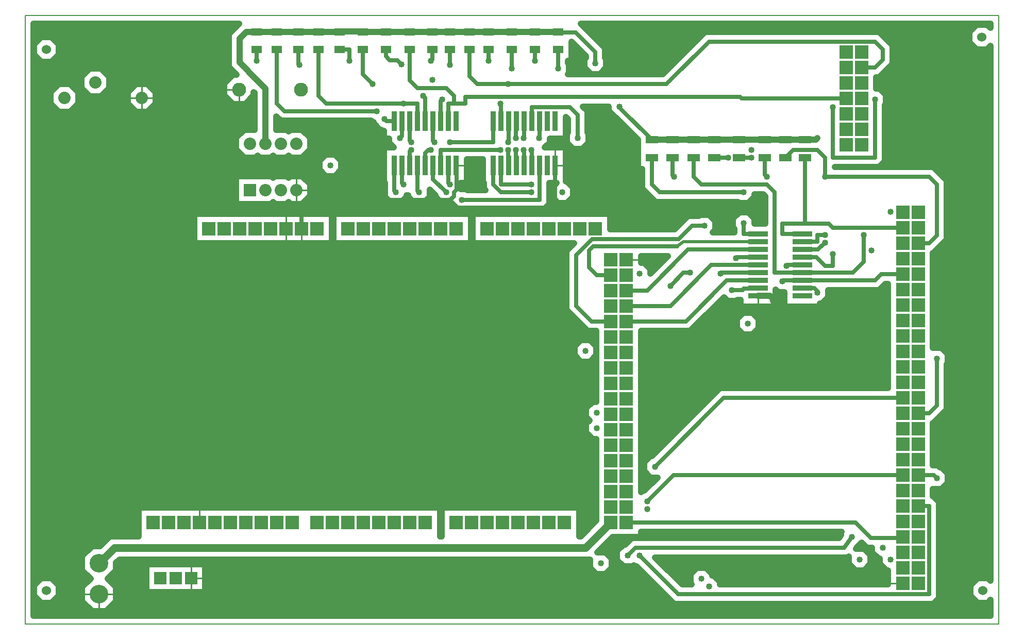
<source format=gbr>
G04 PROTEUS GERBER X2 FILE*
%TF.GenerationSoftware,Labcenter,Proteus,8.13-SP0-Build31525*%
%TF.CreationDate,2024-05-27T19:39:57+00:00*%
%TF.FileFunction,Copper,L1,Top*%
%TF.FilePolarity,Positive*%
%TF.Part,Single*%
%TF.SameCoordinates,{9f387fc5-f7ba-42a6-a927-b5c1fa408f1c}*%
%FSLAX45Y45*%
%MOMM*%
G01*
%TA.AperFunction,Conductor*%
%ADD10C,0.635000*%
%ADD11C,1.016000*%
%ADD12C,1.270000*%
%ADD13C,0.508000*%
%TA.AperFunction,ViaPad*%
%ADD14C,1.016000*%
%ADD15C,1.524000*%
%TA.AperFunction,Conductor*%
%ADD16C,0.254000*%
%TA.AperFunction,ComponentPad*%
%ADD17R,2.286000X2.286000*%
%TA.AperFunction,ComponentPad*%
%ADD18C,2.286000*%
%ADD19C,3.048000*%
%TA.AperFunction,ComponentPad*%
%ADD70R,2.032000X2.032000*%
%ADD71C,2.032000*%
%TA.AperFunction,OtherPad,Unknown*%
%ADD20C,1.524000*%
%TA.AperFunction,SMDPad,CuDef*%
%ADD21R,0.939800X3.251200*%
%TA.AperFunction,SMDPad,CuDef*%
%ADD22R,1.803400X1.143000*%
%TA.AperFunction,SMDPad,CuDef*%
%ADD23R,3.251200X0.939800*%
%TA.AperFunction,SMDPad,CuDef*%
%ADD24R,2.032000X1.270000*%
%TA.AperFunction,Profile*%
%ADD25C,0.203200*%
%TA.AperFunction,NonConductor*%
%ADD26C,0.063500*%
%TD.AperFunction*%
G36*
X+7862840Y+4794327D02*
X+7805768Y+4851399D01*
X+7637432Y+4851399D01*
X+7518401Y+4732368D01*
X+7518401Y+4564032D01*
X+7637432Y+4445001D01*
X+7805768Y+4445001D01*
X+7862840Y+4502073D01*
X+7862840Y-4286173D01*
X+7818468Y-4241801D01*
X+7650132Y-4241801D01*
X+7531101Y-4360832D01*
X+7531101Y-4529168D01*
X+7650132Y-4648199D01*
X+7818468Y-4648199D01*
X+7862840Y-4603827D01*
X+7862840Y-4862840D01*
X-7862840Y-4862840D01*
X-7862840Y+4862840D01*
X-4485338Y+4862840D01*
X-4654521Y+4693657D01*
X-4654521Y+4152612D01*
X-4527808Y+4025899D01*
X-4583049Y+4025899D01*
X-4724399Y+3884549D01*
X-4724399Y+3684651D01*
X-4583049Y+3543301D01*
X-4383151Y+3543301D01*
X-4241801Y+3684651D01*
X-4241801Y+3739892D01*
X-4229099Y+3727190D01*
X-4229099Y+3124199D01*
X-4399989Y+3124199D01*
X-4533899Y+2990289D01*
X-4533899Y+2800911D01*
X-4399989Y+2667001D01*
X-4210611Y+2667001D01*
X-4178300Y+2699312D01*
X-4145989Y+2667001D01*
X-3956611Y+2667001D01*
X-3924300Y+2699312D01*
X-3891989Y+2667001D01*
X-3702611Y+2667001D01*
X-3670300Y+2699312D01*
X-3637989Y+2667001D01*
X-3448611Y+2667001D01*
X-3314701Y+2800911D01*
X-3314701Y+2990289D01*
X-3448611Y+3124199D01*
X-3637989Y+3124199D01*
X-3670300Y+3091888D01*
X-3702611Y+3124199D01*
X-3873501Y+3124199D01*
X-3873501Y+3344197D01*
X-3799555Y+3270251D01*
X-2315197Y+3270251D01*
X-2296147Y+3251201D01*
X-2273299Y+3251201D01*
X-2273299Y+3228353D01*
X-2169147Y+3124201D01*
X-2142205Y+3124201D01*
X-2123903Y+3105899D01*
X-2104389Y+3105899D01*
X-2104389Y+2975089D01*
X-2019299Y+2975089D01*
X-2019299Y+2910853D01*
X-1938753Y+2830307D01*
X-2104389Y+2830307D01*
X-2104389Y+2251189D01*
X-2089149Y+2251189D01*
X-2089149Y+2055145D01*
X-2082799Y+2048795D01*
X-2082799Y+2021853D01*
X-1978647Y+1917701D01*
X-1831353Y+1917701D01*
X-1727201Y+2021853D01*
X-1727201Y+2044701D01*
X-1704353Y+2044701D01*
X-1701799Y+2047255D01*
X-1701799Y+2021853D01*
X-1597647Y+1917701D01*
X-1450353Y+1917701D01*
X-1346201Y+2021853D01*
X-1346201Y+2137697D01*
X-1257299Y+2048795D01*
X-1257299Y+2021853D01*
X-1153147Y+1917701D01*
X-1005853Y+1917701D01*
X-1003299Y+1920255D01*
X-1003299Y+1894853D01*
X-899147Y+1790701D01*
X-751853Y+1790701D01*
X-732803Y+1809751D01*
X+522955Y+1809751D01*
X+615949Y+1902745D01*
X+615949Y+2251189D01*
X+729743Y+2251189D01*
X+647701Y+2169147D01*
X+647701Y+2021853D01*
X+751853Y+1917701D01*
X+899147Y+1917701D01*
X+1003299Y+2021853D01*
X+1003299Y+2169147D01*
X+899147Y+2273299D01*
X+885189Y+2273299D01*
X+885189Y+2830307D01*
X+541753Y+2830307D01*
X+622299Y+2910853D01*
X+622299Y+2975089D01*
X+885189Y+2975089D01*
X+885189Y+3333751D01*
X+886745Y+3333751D01*
X+920751Y+3299745D01*
X+920751Y+3077197D01*
X+901701Y+3058147D01*
X+901701Y+2910853D01*
X+1005853Y+2806701D01*
X+1153147Y+2806701D01*
X+1257299Y+2910853D01*
X+1257299Y+3058147D01*
X+1238249Y+3077197D01*
X+1238249Y+3431255D01*
X+1164302Y+3505202D01*
X+1591517Y+3505202D01*
X+1591517Y+3430399D01*
X+1695669Y+3326247D01*
X+1704949Y+3326247D01*
X+2070101Y+2961095D01*
X+2070101Y+2476501D01*
X+2139951Y+2476501D01*
X+2139951Y+2156745D01*
X+2359945Y+1936751D01*
X+3717303Y+1936751D01*
X+3736353Y+1917701D01*
X+3883647Y+1917701D01*
X+3987799Y+2021853D01*
X+3987799Y+2063751D01*
X+4125245Y+2063751D01*
X+4159251Y+2029745D01*
X+4159251Y+1583689D01*
X+3987799Y+1583689D01*
X+3987799Y+1661147D01*
X+3883647Y+1765299D01*
X+3736353Y+1765299D01*
X+3632201Y+1661147D01*
X+3632201Y+1513853D01*
X+3651251Y+1494803D01*
X+3651251Y+1435099D01*
X+3299445Y+1435099D01*
X+3340099Y+1475753D01*
X+3340099Y+1623047D01*
X+3235947Y+1727199D01*
X+3088653Y+1727199D01*
X+3069603Y+1708149D01*
X+2893345Y+1708149D01*
X+2670004Y+1484808D01*
X+1612899Y+1484808D01*
X+1612899Y+1739899D01*
X-647699Y+1739899D01*
X-647699Y+1257301D01*
X+1020097Y+1257301D01*
X+895351Y+1132555D01*
X+895351Y+162845D01*
X+1242344Y-184149D01*
X+1384301Y-184149D01*
X+1384301Y-1346201D01*
X+1323353Y-1346201D01*
X+1219201Y-1450353D01*
X+1219201Y-1597647D01*
X+1272554Y-1651000D01*
X+1219201Y-1704353D01*
X+1219201Y-1851647D01*
X+1323353Y-1955799D01*
X+1384301Y-1955799D01*
X+1384301Y-3299293D01*
X+1127593Y-3556001D01*
X+1104899Y-3556001D01*
X+1104899Y-3086101D01*
X-1155699Y-3086101D01*
X-1155699Y-3556001D01*
X-1181101Y-3556001D01*
X-1181101Y-3086101D01*
X-6134099Y-3086101D01*
X-6134099Y-3556001D01*
X-6606707Y-3556001D01*
X-6771807Y-3721101D01*
X-6897531Y-3721101D01*
X-7061199Y-3884769D01*
X-7061199Y-4116231D01*
X-6922930Y-4254500D01*
X-7061199Y-4392769D01*
X-7061199Y-4624231D01*
X-6897531Y-4787899D01*
X-6666069Y-4787899D01*
X-6502401Y-4624231D01*
X-6502401Y-4392769D01*
X-6640670Y-4254500D01*
X-6502401Y-4116231D01*
X-6502401Y-3990507D01*
X-6448893Y-3936999D01*
X+1282701Y-3936999D01*
X+1282701Y-4074147D01*
X+1386853Y-4178299D01*
X+1534147Y-4178299D01*
X+1638299Y-4074147D01*
X+1638299Y-3926853D01*
X+1534147Y-3822701D01*
X+1399705Y-3822701D01*
X+1653707Y-3568699D01*
X+2120899Y-3568699D01*
X+2120899Y-3486149D01*
X+5419105Y-3486149D01*
X+5410201Y-3495053D01*
X+5410201Y-3532524D01*
X+5374634Y-3587751D01*
X+1966245Y-3587751D01*
X+1858295Y-3695701D01*
X+1831353Y-3695701D01*
X+1727201Y-3799853D01*
X+1727201Y-3947147D01*
X+1831353Y-4051299D01*
X+1978647Y-4051299D01*
X+2000250Y-4029696D01*
X+2021853Y-4051299D01*
X+2048795Y-4051299D01*
X+2664745Y-4667249D01*
X+6923755Y-4667249D01*
X+7016749Y-4574255D01*
X+7016749Y-2994945D01*
X+6923755Y-2901951D01*
X+6916419Y-2901951D01*
X+6916419Y-2781299D01*
X+7058647Y-2781299D01*
X+7162799Y-2677147D01*
X+7162799Y-2529853D01*
X+7058647Y-2425701D01*
X+7031705Y-2425701D01*
X+6999955Y-2393951D01*
X+6916419Y-2393951D01*
X+6916419Y-1695447D01*
X+6923756Y-1695447D01*
X+7143749Y-1475454D01*
X+7143749Y-727697D01*
X+7162799Y-708647D01*
X+7162799Y-561353D01*
X+7058647Y-457201D01*
X+6916419Y-457201D01*
X+6916419Y+1098551D01*
X+6923755Y+1098551D01*
X+7143749Y+1318545D01*
X+7143749Y+2288255D01*
X+6923755Y+2508249D01*
X+5302249Y+2508249D01*
X+5302249Y+2508251D01*
X+6034755Y+2508251D01*
X+6127749Y+2601245D01*
X+6127749Y+3526803D01*
X+6146799Y+3545853D01*
X+6146799Y+3693147D01*
X+6042647Y+3797299D01*
X+5984239Y+3797299D01*
X+5984239Y+3983991D01*
X+6034755Y+3983991D01*
X+6254749Y+4203985D01*
X+6254749Y+4510755D01*
X+6034755Y+4730749D01*
X+3172745Y+4730749D01*
X+2474245Y+4032249D01*
X+918195Y+4032249D01*
X+939799Y+4053853D01*
X+939799Y+4201147D01*
X+920749Y+4220197D01*
X+920749Y+4257664D01*
X+979169Y+4257664D01*
X+979169Y+4565651D01*
X+979748Y+4565651D01*
X+1212851Y+4332548D01*
X+1212851Y+4309097D01*
X+1193801Y+4290047D01*
X+1193801Y+4142753D01*
X+1297953Y+4038601D01*
X+1445247Y+4038601D01*
X+1549399Y+4142753D01*
X+1549399Y+4290047D01*
X+1530349Y+4309097D01*
X+1530349Y+4464058D01*
X+1131567Y+4862840D01*
X+7862840Y+4862840D01*
X+7862840Y+4794327D01*
G37*
%LPC*%
G36*
X-2959101Y+1257301D02*
X-5219699Y+1257301D01*
X-5219699Y+1739899D01*
X-2959101Y+1739899D01*
X-2959101Y+1257301D01*
G37*
G36*
X-673101Y+1257301D02*
X-2933699Y+1257301D01*
X-2933699Y+1739899D01*
X-673101Y+1739899D01*
X-673101Y+1257301D01*
G37*
G36*
X-3314701Y+2228289D02*
X-3314701Y+2038911D01*
X-3448611Y+1905001D01*
X-3637989Y+1905001D01*
X-3670300Y+1937312D01*
X-3702611Y+1905001D01*
X-3891989Y+1905001D01*
X-3924300Y+1937312D01*
X-3956611Y+1905001D01*
X-4533899Y+1905001D01*
X-4533899Y+2362199D01*
X-3956611Y+2362199D01*
X-3924300Y+2329888D01*
X-3891989Y+2362199D01*
X-3702611Y+2362199D01*
X-3670300Y+2329888D01*
X-3637989Y+2362199D01*
X-3448611Y+2362199D01*
X-3314701Y+2228289D01*
G37*
G36*
X-7848599Y-4529168D02*
X-7848599Y-4360832D01*
X-7729568Y-4241801D01*
X-7561232Y-4241801D01*
X-7442201Y-4360832D01*
X-7442201Y-4529168D01*
X-7561232Y-4648199D01*
X-7729568Y-4648199D01*
X-7848599Y-4529168D01*
G37*
G36*
X-7848599Y+4360832D02*
X-7848599Y+4529168D01*
X-7729568Y+4648199D01*
X-7561232Y+4648199D01*
X-7442201Y+4529168D01*
X-7442201Y+4360832D01*
X-7561232Y+4241801D01*
X-7729568Y+4241801D01*
X-7848599Y+4360832D01*
G37*
G36*
X-6311899Y+3550211D02*
X-6311899Y+3739589D01*
X-6177989Y+3873499D01*
X-5988611Y+3873499D01*
X-5854701Y+3739589D01*
X-5854701Y+3550211D01*
X-5988611Y+3416301D01*
X-6177989Y+3416301D01*
X-6311899Y+3550211D01*
G37*
G36*
X-7581899Y+3550211D02*
X-7581899Y+3739589D01*
X-7447989Y+3873499D01*
X-7258611Y+3873499D01*
X-7124701Y+3739589D01*
X-7124701Y+3550211D01*
X-7258611Y+3416301D01*
X-7447989Y+3416301D01*
X-7581899Y+3550211D01*
G37*
G36*
X-7073899Y+3804211D02*
X-7073899Y+3993589D01*
X-6939989Y+4127499D01*
X-6750611Y+4127499D01*
X-6616701Y+3993589D01*
X-6616701Y+3804211D01*
X-6750611Y+3670301D01*
X-6939989Y+3670301D01*
X-7073899Y+3804211D01*
G37*
G36*
X-5041901Y-4470399D02*
X-6007099Y-4470399D01*
X-6007099Y-4013201D01*
X-5041901Y-4013201D01*
X-5041901Y-4470399D01*
G37*
G36*
X+1028701Y-581647D02*
X+1028701Y-434353D01*
X+1132853Y-330201D01*
X+1280147Y-330201D01*
X+1384299Y-434353D01*
X+1384299Y-581647D01*
X+1280147Y-685799D01*
X+1132853Y-685799D01*
X+1028701Y-581647D01*
G37*
G36*
X+2082800Y+1555937D02*
X+2082800Y+1619063D01*
X+2127437Y+1663700D01*
X+2190563Y+1663700D01*
X+2235200Y+1619063D01*
X+2235200Y+1555937D01*
X+2190563Y+1511300D01*
X+2127437Y+1511300D01*
X+2082800Y+1555937D01*
G37*
G36*
X-3162299Y+2466353D02*
X-3162299Y+2613647D01*
X-3058147Y+2717799D01*
X-2910853Y+2717799D01*
X-2806701Y+2613647D01*
X-2806701Y+2466353D01*
X-2910853Y+2362201D01*
X-3058147Y+2362201D01*
X-3162299Y+2466353D01*
G37*
%LPD*%
G36*
X-478789Y+2251189D02*
X-463547Y+2251189D01*
X-463547Y+2156744D01*
X-434052Y+2127249D01*
X-732803Y+2127249D01*
X-751853Y+2146299D01*
X-840755Y+2146299D01*
X-838201Y+2148853D01*
X-838201Y+2251189D01*
X-740411Y+2251189D01*
X-740411Y+2635251D01*
X-478789Y+2635251D01*
X-478789Y+2251189D01*
G37*
G36*
X+2273299Y+757903D02*
X+2273299Y+835647D01*
X+2169147Y+939799D01*
X+2120899Y+939799D01*
X+2120899Y+1047751D01*
X+2563147Y+1047751D01*
X+2273299Y+757903D01*
G37*
G36*
X+6179821Y+508001D02*
X+6179821Y-1123951D01*
X+3414045Y-1123951D01*
X+2302795Y-2235201D01*
X+2275853Y-2235201D01*
X+2171701Y-2339353D01*
X+2171701Y-2486647D01*
X+2275853Y-2590799D01*
X+2391697Y-2590799D01*
X+2175795Y-2806701D01*
X+2148853Y-2806701D01*
X+2120899Y-2834655D01*
X+2120899Y-184149D01*
X+2923255Y-184149D01*
X+3480900Y+373496D01*
X+3541986Y+312409D01*
X+3689280Y+312409D01*
X+3708330Y+331459D01*
X+3755391Y+331459D01*
X+3755391Y+219711D01*
X+4334509Y+219711D01*
X+4334509Y+241300D01*
X+4349563Y+241300D01*
X+4394200Y+285937D01*
X+4394200Y+349063D01*
X+4349563Y+393700D01*
X+4334509Y+393700D01*
X+4334509Y+494045D01*
X+4371353Y+457201D01*
X+4479291Y+457201D01*
X+4479291Y+219711D01*
X+5058409Y+219711D01*
X+5058409Y+266701D01*
X+5090147Y+266701D01*
X+5194299Y+370853D01*
X+5194299Y+488951D01*
X+6034755Y+488951D01*
X+6136355Y+590551D01*
X+6179821Y+590551D01*
X+6179821Y+508001D01*
G37*
%LPC*%
G36*
X+3695701Y-137147D02*
X+3695701Y+10147D01*
X+3799853Y+114299D01*
X+3947147Y+114299D01*
X+4051299Y+10147D01*
X+4051299Y-137147D01*
X+3947147Y-241299D01*
X+3799853Y-241299D01*
X+3695701Y-137147D01*
G37*
%LPD*%
G36*
X+5832165Y-3741168D02*
X+5918201Y-3741168D01*
X+5918201Y-3820147D01*
X+6022353Y-3924299D01*
X+6045201Y-3924299D01*
X+6045201Y-4010647D01*
X+6149353Y-4114799D01*
X+6179821Y-4114799D01*
X+6179821Y-4349751D01*
X+3416299Y-4349751D01*
X+3416299Y-4307853D01*
X+3312147Y-4203701D01*
X+3289299Y-4203701D01*
X+3289299Y-4180853D01*
X+3185147Y-4076701D01*
X+3037853Y-4076701D01*
X+2933701Y-4180853D01*
X+2933701Y-4328147D01*
X+2955305Y-4349751D01*
X+2796255Y-4349751D01*
X+2351753Y-3905249D01*
X+5499449Y-3905249D01*
X+5537201Y-3885821D01*
X+5537201Y-4010647D01*
X+5641353Y-4114799D01*
X+5788647Y-4114799D01*
X+5892799Y-4010647D01*
X+5892799Y-3863353D01*
X+5788647Y-3759201D01*
X+5652016Y-3759201D01*
X+5661711Y-3746435D01*
X+5749572Y-3658574D01*
X+5832165Y-3741168D01*
G37*
D10*
X+63500Y+2794000D02*
X+63500Y+2540748D01*
X+76200Y+2540748D01*
X+76201Y+2540748D01*
X-63500Y+2794000D02*
X-63500Y+2540748D01*
X-50800Y+2540748D01*
X-50799Y+2540748D01*
X+317500Y+2222500D02*
X-177799Y+2222500D01*
X-177800Y+2540748D01*
X-177799Y+2540748D01*
X+317500Y+2095500D02*
X-177799Y+2095500D01*
X-304799Y+2222500D01*
X-304800Y+2540748D01*
X-304799Y+2540748D01*
X-1016000Y+2222500D02*
X-1041400Y+2247900D01*
X-1041400Y+2540748D01*
X-190500Y+2794000D02*
X-1168400Y+2794000D01*
X-1168400Y+2540748D01*
X-1079500Y+2095500D02*
X-1295400Y+2311400D01*
X-1295400Y+2540748D01*
X-1333500Y+2794000D02*
X-1371600Y+2794000D01*
X-1422400Y+2743200D01*
X-1422400Y+2540748D01*
X-1651000Y+2794000D02*
X-1676400Y+2768600D01*
X-1676400Y+2540748D01*
X-1778000Y+2222500D02*
X-1803400Y+2247900D01*
X-1803400Y+2540748D01*
X-1905000Y+2095500D02*
X-1930400Y+2120900D01*
X-1930400Y+2540748D01*
X-2667000Y+4254500D02*
X-2667000Y+4441813D01*
X-2832100Y+4441813D01*
X-1460500Y+3683000D02*
X-1422400Y+3644900D01*
X-1422400Y+3264648D01*
X-1016000Y+2921000D02*
X-304800Y+2921000D01*
X-304800Y+3264648D01*
X-304800Y+3264647D01*
X-1333500Y+4254500D02*
X-1308100Y+4279900D01*
X-1308100Y+4441813D01*
X+2222500Y-2984500D02*
X+2654300Y-2552700D01*
X+6421120Y-2552700D01*
X+2095500Y-3873500D02*
X+2730500Y-4508500D01*
X+6858000Y-4508500D01*
X+6858000Y-3060700D01*
X+6675120Y-3060700D01*
X+6985000Y-2603500D02*
X+6934200Y-2552700D01*
X+6675120Y-2552700D01*
X+5969000Y+3619500D02*
X+5969000Y+2667000D01*
X+5270500Y+2667000D01*
X+5270500Y+3492500D01*
X-1143000Y+3619500D02*
X-1168400Y+3594100D01*
X-1168400Y+3264648D01*
X-2286000Y+3873500D02*
X-2451100Y+4038600D01*
X-2451100Y+4441813D01*
X-1270000Y+2921000D02*
X-1295400Y+2946400D01*
X-1295400Y+3264648D01*
X+6985000Y-635000D02*
X+6985000Y-1409699D01*
X+6858000Y-1536699D01*
X+6675120Y-1536700D01*
X+6675120Y-1536699D01*
X-190500Y+3556000D02*
X-177800Y+3543300D01*
X-177800Y+3264648D01*
X-177800Y+3264647D01*
X-1016000Y+4191000D02*
X-1016000Y+4441813D01*
X-63500Y+3873500D02*
X+2540000Y+3873500D01*
X+3238500Y+4572000D01*
X+5969000Y+4572000D01*
X+6096000Y+4445000D01*
X+6096000Y+4269740D01*
X+5969000Y+4142740D01*
X+5742940Y+4142740D01*
X-63500Y+3873500D02*
X-571500Y+3873500D01*
X-698500Y+4000500D01*
X-698500Y+4441813D01*
X-63500Y+2921000D02*
X-50800Y+2933700D01*
X-50800Y+3264648D01*
X-50800Y+3264647D01*
X-952500Y+3556000D02*
X-952500Y+3683000D01*
X-1079500Y+3810000D01*
X-1549400Y+3810000D01*
X-1676400Y+3937000D01*
X-1676400Y+4441813D01*
X-952500Y+3556000D02*
X-1041400Y+3556000D01*
X-1041400Y+3264648D01*
X-3454400Y+1498600D02*
X-3454400Y+1816100D01*
X-3302000Y+1968500D01*
X-1016000Y+1968500D01*
X+730251Y+1905000D02*
X+666751Y+1841500D01*
X-889000Y+1841500D01*
X-1016000Y+1968500D01*
X-952500Y+2032000D01*
X-952500Y+2095500D01*
X-908050Y+2139950D01*
X-908050Y+2540748D01*
X-914400Y+2540748D01*
X+730251Y+1905000D02*
X+730251Y+1968500D01*
X+711200Y+1987551D01*
X+711200Y+2540748D01*
X+711200Y+2540749D01*
X+730251Y+1905000D02*
X+1841500Y+1905000D01*
X+2159000Y+1587500D01*
D11*
X+4318000Y+317500D02*
X+4241800Y+393700D01*
X+4044950Y+393700D01*
D10*
X+63500Y+2984500D02*
X+63500Y+3162300D01*
X+76200Y+3175000D01*
X+76200Y+3264648D01*
X-381000Y+4254500D02*
X-381000Y+4441813D01*
X+2349500Y-2413000D02*
X+3479800Y-1282700D01*
X+6421120Y-1282700D01*
X-3492500Y+4191000D02*
X-3505200Y+4203700D01*
X-3505200Y+4441813D01*
X-1651000Y+2921000D02*
X-1676400Y+2946400D01*
X-1676400Y+3264648D01*
X-2095500Y+3302000D02*
X-2058148Y+3264648D01*
X-1930400Y+3264648D01*
X-4191000Y+4254500D02*
X-4191000Y+4441813D01*
X-1778000Y+3556000D02*
X-1549400Y+3556000D01*
X-1549400Y+3264648D01*
X-1778000Y+3556000D02*
X-3048000Y+3556000D01*
X-3175000Y+3683000D01*
X-3175000Y+4441813D01*
X-2222500Y+3429000D02*
X-3733800Y+3429000D01*
X-3860800Y+3556000D01*
X-3860800Y+4441813D01*
X-1841500Y+2984500D02*
X-1809751Y+3016249D01*
X-1809751Y+3264648D01*
X-1803400Y+3264648D01*
X+5016500Y+444500D02*
X+5016500Y+469900D01*
X+4965700Y+520700D01*
X+4768850Y+520700D01*
X+3810000Y+2095500D02*
X+2425700Y+2095500D01*
X+2298700Y+2222500D01*
X+2298700Y+2667000D01*
X+4044950Y+1155700D02*
X+2895600Y+1155700D01*
X+2222500Y+482600D01*
X+1879600Y+482600D01*
X+4191000Y+2349500D02*
X+4152900Y+2387600D01*
X+4152900Y+2667000D01*
X+5143500Y+1270000D02*
X+5029200Y+1155700D01*
X+4768850Y+1155700D01*
X+190500Y+2794000D02*
X+203200Y+2781300D01*
X+203200Y+2540748D01*
X+0Y+4127500D02*
X+0Y+4441813D01*
X+190500Y+2984500D02*
X+203200Y+2997200D01*
X+203200Y+3264648D01*
X+317500Y+2794000D02*
X+330200Y+2781300D01*
X+330200Y+2540748D01*
X+1079500Y+2984500D02*
X+1079500Y+3365500D01*
X+952500Y+3492500D01*
X+330199Y+3492500D01*
X+330200Y+3264648D01*
X+330199Y+3264648D01*
X+381000Y+4254500D02*
X+381000Y+4441813D01*
X-825500Y+1968500D02*
X+457200Y+1968500D01*
X+457200Y+2540748D01*
X+457200Y+2540749D01*
X+762000Y+4127500D02*
X+762000Y+4441813D01*
X+444500Y+2984500D02*
X+457199Y+2997199D01*
X+457200Y+3264648D01*
X+457199Y+3264648D01*
X+3810000Y+1587500D02*
X+3810000Y+1409700D01*
X+4044950Y+1409700D01*
X+4813300Y+1577340D02*
X+4445000Y+1577340D01*
X+4445000Y+1409700D01*
X+4768850Y+1409700D01*
X+4813300Y+1577340D02*
X+5207000Y+1577340D01*
X+5273040Y+1511300D01*
X+6421120Y+1511300D01*
X+4813300Y+1577340D02*
X+4813300Y+2667000D01*
X+4044950Y+647700D02*
X+3530600Y+647700D01*
X+2857500Y-25400D01*
X+1879600Y-25400D01*
X+4768850Y+647700D02*
X+5969000Y+647700D01*
X+6070600Y+749300D01*
X+6421120Y+749300D01*
X+2667000Y+2349500D02*
X+2641600Y+2374900D01*
X+2641600Y+2667000D01*
X+4768850Y+647700D02*
X+4457700Y+647700D01*
X+4445000Y+635000D01*
X+3429000Y+762000D02*
X+3441700Y+774700D01*
X+4044950Y+774700D01*
X+4768850Y+774700D02*
X+4318000Y+774700D01*
X+4318000Y+2095500D01*
X+4191000Y+2222500D01*
X+3111500Y+2222500D01*
X+2984500Y+2349500D01*
X+2984500Y+2667000D01*
X+4768850Y+774700D02*
X+5600700Y+774700D01*
X+5778500Y+952500D01*
X+5778500Y+1397000D01*
X+5143500Y+2349500D02*
X+6858000Y+2349500D01*
X+6985000Y+2222500D01*
X+6985000Y+1384300D01*
X+6858000Y+1257300D01*
X+6675120Y+1257300D01*
X+6675119Y+1257300D01*
X+5143500Y+1397000D02*
X+5016500Y+1397000D01*
X+5016500Y+1282700D01*
X+4768850Y+1282700D01*
X+5143500Y+2349500D02*
X+5143500Y+2667000D01*
X+5016500Y+2794000D01*
X+4622800Y+2794000D01*
X+4495800Y+2667000D01*
X+4044950Y+901700D02*
X+3276600Y+901700D01*
X+2603500Y+228600D01*
X+1879600Y+228600D01*
X+3556000Y+2667000D02*
X+3327400Y+2667000D01*
X+4508500Y+889000D02*
X+4521200Y+901700D01*
X+4768850Y+901700D01*
X+3683000Y+1016000D02*
X+3695700Y+1028700D01*
X+4044950Y+1028700D01*
X+5270500Y+1079500D02*
X+5270500Y+889000D01*
X+5143500Y+889000D01*
X+5003800Y+1028700D01*
X+4768850Y+1028700D01*
X+3937000Y+2667000D02*
X+3733800Y+2667000D01*
D11*
X+4813300Y+2957000D02*
X+4989000Y+2957000D01*
X+5016500Y+2984500D01*
X+4152900Y+2957000D02*
X+3733800Y+2957000D01*
X+3327400Y+2957000D01*
X-3860800Y+4731813D02*
X-3505200Y+4731813D01*
X+3327400Y+2957000D02*
X+2984500Y+2957000D01*
X+2641600Y+2957000D02*
X+2298700Y+2957000D01*
X+4495800Y+2957000D02*
X+4152900Y+2957000D01*
X+2984500Y+2957000D02*
X+2641600Y+2957000D01*
X-3175000Y+4731813D02*
X-2832100Y+4731813D01*
X-4191000Y+4731813D02*
X-3860800Y+4731813D01*
X-3505200Y+4731813D02*
X-3175000Y+4731813D01*
X+4813300Y+2957000D02*
X+4495800Y+2957000D01*
D12*
X+1625600Y-3327400D02*
X+1206500Y-3746500D01*
X-6527800Y-3746500D01*
X-6781800Y-4000500D01*
D13*
X+4044950Y+1282700D02*
X+2819400Y+1282700D01*
X+2717800Y+1206500D01*
D10*
X+1333500Y+1206500D01*
X+1270000Y+1143000D01*
X+1270000Y+863600D01*
X+1397000Y+736600D01*
X+1625600Y+736600D01*
X+5488940Y+3634740D02*
X+3775711Y+3634740D01*
X+3746500Y+3663951D01*
X-762000Y+3663951D01*
X-762000Y+3556000D01*
X-952500Y+3556000D01*
X+4044950Y+520700D02*
X+4034543Y+510293D01*
X+3807215Y+510293D01*
X+3787130Y+490208D01*
X+3615633Y+490208D01*
X+2603500Y+558800D02*
X+2817645Y+772945D01*
X+2929648Y+772945D01*
X+3162300Y+1549400D02*
X+2959100Y+1549400D01*
X+2735759Y+1326059D01*
X+1313359Y+1326059D01*
X+1054100Y+1066800D01*
X+1054100Y+228600D01*
X+1308100Y-25400D01*
X+1595027Y-25400D01*
D13*
X+1625600Y-25400D01*
D11*
X-4051300Y+2895600D02*
X-4051300Y+3800835D01*
X-4182792Y+3932327D01*
X-4476722Y+4226257D01*
X-4476722Y+4620012D01*
X-4364921Y+4731813D01*
X-4191000Y+4731813D01*
X-2832100Y+4731813D02*
X-2832100Y+4737100D01*
X-2456387Y+4737100D01*
X-2451100Y+4731813D01*
X-2070100Y+4731813D01*
X-1676400Y+4731813D02*
X-2070100Y+4731813D01*
X-1308100Y+4731813D02*
X-1630887Y+4731813D01*
X-1638300Y+4724400D01*
X-1676400Y+4731813D01*
X-1016000Y+4731813D02*
X-1308100Y+4731813D01*
X-698500Y+4731813D02*
X-381000Y+4731813D01*
X+0Y+4731813D02*
X-381000Y+4731813D01*
X+381000Y+4731813D02*
X+0Y+4731813D01*
X+762000Y+4731813D02*
X+381000Y+4731813D01*
X-1016000Y+4731813D02*
X-788670Y+4731813D01*
X-698500Y+4731813D01*
D10*
X+2298700Y+2957000D02*
X+1769316Y+3486384D01*
X+1769316Y+3504046D01*
X+1371600Y+4216400D02*
X+1371600Y+4398303D01*
X+1045503Y+4724400D01*
X+781973Y+4724400D01*
X+772415Y+4714842D01*
X+762000Y+4731813D01*
X-1813288Y+4194742D02*
X-1885746Y+4267200D01*
X-2006600Y+4267200D01*
X-2070100Y+4330700D01*
X-2070100Y+4441813D01*
X-1549400Y+2540748D02*
X-1549400Y+2120900D01*
X-1524000Y+2095500D01*
X+1905000Y-3873500D02*
X+2032000Y-3746500D01*
X+5461000Y-3746500D01*
X+5588000Y-3568700D01*
X+1879600Y-3327400D02*
X+5642901Y-3327400D01*
X+5897920Y-3582419D01*
X+6407401Y-3582419D01*
X+6421120Y-3568700D01*
D14*
X+63500Y+2794000D03*
X-63500Y+2794000D03*
X+317500Y+2222500D03*
X+317500Y+2095500D03*
X-1016000Y+2222500D03*
X-190500Y+2794000D03*
X-1079500Y+2095500D03*
X-1333500Y+2794000D03*
X-1651000Y+2794000D03*
X-1778000Y+2222500D03*
X-1905000Y+2095500D03*
X-2667000Y+4254500D03*
X-1460500Y+3683000D03*
X-1016000Y+2921000D03*
X+3238500Y-4381500D03*
X+2222500Y-3111500D03*
X+2222500Y-2984500D03*
X+2095500Y-3873500D03*
X+6985000Y-2603500D03*
X+3111500Y-4254500D03*
X+5270500Y+3492500D03*
X+5969000Y+3619500D03*
X-1143000Y+3619500D03*
X-2286000Y+3873500D03*
X-1270000Y+2921000D03*
X+3937000Y+2794000D03*
X+1206500Y-508000D03*
X+6096000Y-3746500D03*
X+1397000Y-1778000D03*
X+5715000Y-3937000D03*
X+1397000Y-1524000D03*
X+6985000Y-635000D03*
X+3873500Y-63500D03*
X-1016000Y+4191000D03*
X-190500Y+3556000D03*
X-63500Y+2921000D03*
X-63500Y+3873500D03*
D15*
X+2159000Y+1587500D03*
X+4318000Y+317500D03*
D14*
X+63500Y+2984500D03*
X-381000Y+4254500D03*
X+2349500Y-2413000D03*
X-3492500Y+4191000D03*
X-1651000Y+2921000D03*
X-2095500Y+3302000D03*
X-4191000Y+4254500D03*
X-1778000Y+3556000D03*
X-2222500Y+3429000D03*
X-1841500Y+2984500D03*
X+5016500Y+444500D03*
X+3810000Y+2095500D03*
X+4191000Y+2349500D03*
X+5143500Y+1270000D03*
X+190500Y+2794000D03*
X-2984500Y+2540000D03*
X+0Y+4127500D03*
X+190500Y+2984500D03*
X+317500Y+2794000D03*
X+1079500Y+2984500D03*
X+825500Y+2095500D03*
X+6223000Y+1778000D03*
X+381000Y+4254500D03*
X-825500Y+1968500D03*
X+762000Y+4127500D03*
X+444500Y+2984500D03*
X+3810000Y+1587500D03*
X+2095500Y+762000D03*
X+2667000Y+2349500D03*
X+4445000Y+635000D03*
X+3429000Y+762000D03*
X+5778500Y+1397000D03*
X+5143500Y+1397000D03*
X+5143500Y+2349500D03*
X+3556000Y+2667000D03*
X+4508500Y+889000D03*
X+3683000Y+1016000D03*
X+5905500Y+1143000D03*
X+3937000Y+2667000D03*
X+5270500Y+1079500D03*
X+5016500Y+2984500D03*
X+3615633Y+490208D03*
X+2603500Y+558800D03*
X+2929648Y+772945D03*
X+3162300Y+1549400D03*
X+1769316Y+3504046D03*
X+1371600Y+4216400D03*
X-1333500Y+4254500D03*
X-1303486Y+3944921D03*
X-1813288Y+4194742D03*
X-1524000Y+2095500D03*
X+1460500Y-4000500D03*
X+6223000Y-3937000D03*
X+1905000Y-3873500D03*
X+5588000Y-3568700D03*
D11*
X+7862840Y+4794327D02*
X+7805768Y+4851399D01*
X+7637432Y+4851399D01*
X+7518401Y+4732368D01*
X+7518401Y+4564032D01*
X+7637432Y+4445001D01*
X+7805768Y+4445001D01*
X+7862840Y+4502073D01*
X+7862840Y-4286173D01*
X+7818468Y-4241801D01*
X+7650132Y-4241801D01*
X+7531101Y-4360832D01*
X+7531101Y-4529168D01*
X+7650132Y-4648199D01*
X+7818468Y-4648199D01*
X+7862840Y-4603827D01*
X+7862840Y-4862840D01*
X-7862840Y-4862840D01*
X-7862840Y+4862840D01*
X-4485338Y+4862840D01*
X-4654521Y+4693657D01*
X-4654521Y+4152612D01*
X-4527808Y+4025899D01*
X-4583049Y+4025899D01*
X-4724399Y+3884549D01*
X-4724399Y+3684651D01*
X-4583049Y+3543301D01*
X-4383151Y+3543301D01*
X-4241801Y+3684651D01*
X-4241801Y+3739892D01*
X-4229099Y+3727190D01*
X-4229099Y+3124199D01*
X-4399989Y+3124199D01*
X-4533899Y+2990289D01*
X-4533899Y+2800911D01*
X-4399989Y+2667001D01*
X-4210611Y+2667001D01*
X-4178300Y+2699312D01*
X-4145989Y+2667001D01*
X-3956611Y+2667001D01*
X-3924300Y+2699312D01*
X-3891989Y+2667001D01*
X-3702611Y+2667001D01*
X-3670300Y+2699312D01*
X-3637989Y+2667001D01*
X-3448611Y+2667001D01*
X-3314701Y+2800911D01*
X-3314701Y+2990289D01*
X-3448611Y+3124199D01*
X-3637989Y+3124199D01*
X-3670300Y+3091888D01*
X-3702611Y+3124199D01*
X-3873501Y+3124199D01*
X-3873501Y+3344197D01*
X-3799555Y+3270251D01*
X-2315197Y+3270251D01*
X-2296147Y+3251201D01*
X-2273299Y+3251201D01*
X-2273299Y+3228353D01*
X-2169147Y+3124201D01*
X-2142205Y+3124201D01*
X-2123903Y+3105899D01*
X-2104389Y+3105899D01*
X-2104389Y+2975089D01*
X-2019299Y+2975089D01*
X-2019299Y+2910853D01*
X-1938753Y+2830307D01*
X-2104389Y+2830307D01*
X-2104389Y+2251189D01*
X-2089149Y+2251189D01*
X-2089149Y+2055145D01*
X-2082799Y+2048795D01*
X-2082799Y+2021853D01*
X-1978647Y+1917701D01*
X-1831353Y+1917701D01*
X-1727201Y+2021853D01*
X-1727201Y+2044701D01*
X-1704353Y+2044701D01*
X-1701799Y+2047255D01*
X-1701799Y+2021853D01*
X-1597647Y+1917701D01*
X-1450353Y+1917701D01*
X-1346201Y+2021853D01*
X-1346201Y+2137697D01*
X-1257299Y+2048795D01*
X-1257299Y+2021853D01*
X-1153147Y+1917701D01*
X-1005853Y+1917701D01*
X-1003299Y+1920255D01*
X-1003299Y+1894853D01*
X-899147Y+1790701D01*
X-751853Y+1790701D01*
X-732803Y+1809751D01*
X+522955Y+1809751D01*
X+615949Y+1902745D01*
X+615949Y+2251189D01*
X+729743Y+2251189D01*
X+647701Y+2169147D01*
X+647701Y+2021853D01*
X+751853Y+1917701D01*
X+899147Y+1917701D01*
X+1003299Y+2021853D01*
X+1003299Y+2169147D01*
X+899147Y+2273299D01*
X+885189Y+2273299D01*
X+885189Y+2830307D01*
X+541753Y+2830307D01*
X+622299Y+2910853D01*
X+622299Y+2975089D01*
X+885189Y+2975089D01*
X+885189Y+3333751D01*
X+886745Y+3333751D01*
X+920751Y+3299745D01*
X+920751Y+3077197D01*
X+901701Y+3058147D01*
X+901701Y+2910853D01*
X+1005853Y+2806701D01*
X+1153147Y+2806701D01*
X+1257299Y+2910853D01*
X+1257299Y+3058147D01*
X+1238249Y+3077197D01*
X+1238249Y+3431255D01*
X+1164302Y+3505202D01*
X+1591517Y+3505202D01*
X+1591517Y+3430399D01*
X+1695669Y+3326247D01*
X+1704949Y+3326247D01*
X+2070101Y+2961095D01*
X+2070101Y+2476501D01*
X+2139951Y+2476501D01*
X+2139951Y+2156745D01*
X+2359945Y+1936751D01*
X+3717303Y+1936751D01*
X+3736353Y+1917701D01*
X+3883647Y+1917701D01*
X+3987799Y+2021853D01*
X+3987799Y+2063751D01*
X+4125245Y+2063751D01*
X+4159251Y+2029745D01*
X+4159251Y+1583689D01*
X+3987799Y+1583689D01*
X+3987799Y+1661147D01*
X+3883647Y+1765299D01*
X+3736353Y+1765299D01*
X+3632201Y+1661147D01*
X+3632201Y+1513853D01*
X+3651251Y+1494803D01*
X+3651251Y+1435099D01*
X+3299445Y+1435099D01*
X+3340099Y+1475753D01*
X+3340099Y+1623047D01*
X+3235947Y+1727199D01*
X+3088653Y+1727199D01*
X+3069603Y+1708149D01*
X+2893345Y+1708149D01*
X+2670004Y+1484808D01*
X+1612899Y+1484808D01*
X+1612899Y+1739899D01*
X-647699Y+1739899D01*
X-647699Y+1257301D01*
X+1020097Y+1257301D01*
X+895351Y+1132555D01*
X+895351Y+162845D01*
X+1242344Y-184149D01*
X+1384301Y-184149D01*
X+1384301Y-1346201D01*
X+1323353Y-1346201D01*
X+1219201Y-1450353D01*
X+1219201Y-1597647D01*
X+1272554Y-1651000D01*
X+1219201Y-1704353D01*
X+1219201Y-1851647D01*
X+1323353Y-1955799D01*
X+1384301Y-1955799D01*
X+1384301Y-3299293D01*
X+1127593Y-3556001D01*
X+1104899Y-3556001D01*
X+1104899Y-3086101D01*
X-1155699Y-3086101D01*
X-1155699Y-3556001D01*
X-1181101Y-3556001D01*
X-1181101Y-3086101D01*
X-6134099Y-3086101D01*
X-6134099Y-3556001D01*
X-6606707Y-3556001D01*
X-6771807Y-3721101D01*
X-6897531Y-3721101D01*
X-7061199Y-3884769D01*
X-7061199Y-4116231D01*
X-6922930Y-4254500D01*
X-7061199Y-4392769D01*
X-7061199Y-4624231D01*
X-6897531Y-4787899D01*
X-6666069Y-4787899D01*
X-6502401Y-4624231D01*
X-6502401Y-4392769D01*
X-6640670Y-4254500D01*
X-6502401Y-4116231D01*
X-6502401Y-3990507D01*
X-6448893Y-3936999D01*
X+1282701Y-3936999D01*
X+1282701Y-4074147D01*
X+1386853Y-4178299D01*
X+1534147Y-4178299D01*
X+1638299Y-4074147D01*
X+1638299Y-3926853D01*
X+1534147Y-3822701D01*
X+1399705Y-3822701D01*
X+1653707Y-3568699D01*
X+2120899Y-3568699D01*
X+2120899Y-3486149D01*
X+5419105Y-3486149D01*
X+5410201Y-3495053D01*
X+5410201Y-3532524D01*
X+5374634Y-3587751D01*
X+1966245Y-3587751D01*
X+1858295Y-3695701D01*
X+1831353Y-3695701D01*
X+1727201Y-3799853D01*
X+1727201Y-3947147D01*
X+1831353Y-4051299D01*
X+1978647Y-4051299D01*
X+2000250Y-4029696D01*
X+2021853Y-4051299D01*
X+2048795Y-4051299D01*
X+2664745Y-4667249D01*
X+6923755Y-4667249D01*
X+7016749Y-4574255D01*
X+7016749Y-2994945D01*
X+6923755Y-2901951D01*
X+6916419Y-2901951D01*
X+6916419Y-2781299D01*
X+7058647Y-2781299D01*
X+7162799Y-2677147D01*
X+7162799Y-2529853D01*
X+7058647Y-2425701D01*
X+7031705Y-2425701D01*
X+6999955Y-2393951D01*
X+6916419Y-2393951D01*
X+6916419Y-1695447D01*
X+6923756Y-1695447D01*
X+7143749Y-1475454D01*
X+7143749Y-727697D01*
X+7162799Y-708647D01*
X+7162799Y-561353D01*
X+7058647Y-457201D01*
X+6916419Y-457201D01*
X+6916419Y+1098551D01*
X+6923755Y+1098551D01*
X+7143749Y+1318545D01*
X+7143749Y+2288255D01*
X+6923755Y+2508249D01*
X+5302249Y+2508249D01*
X+5302249Y+2508251D01*
X+6034755Y+2508251D01*
X+6127749Y+2601245D01*
X+6127749Y+3526803D01*
X+6146799Y+3545853D01*
X+6146799Y+3693147D01*
X+6042647Y+3797299D01*
X+5984239Y+3797299D01*
X+5984239Y+3983991D01*
X+6034755Y+3983991D01*
X+6254749Y+4203985D01*
X+6254749Y+4510755D01*
X+6034755Y+4730749D01*
X+3172745Y+4730749D01*
X+2474245Y+4032249D01*
X+918195Y+4032249D01*
X+939799Y+4053853D01*
X+939799Y+4201147D01*
X+920749Y+4220197D01*
X+920749Y+4257664D01*
X+979169Y+4257664D01*
X+979169Y+4565651D01*
X+979748Y+4565651D01*
X+1212851Y+4332548D01*
X+1212851Y+4309097D01*
X+1193801Y+4290047D01*
X+1193801Y+4142753D01*
X+1297953Y+4038601D01*
X+1445247Y+4038601D01*
X+1549399Y+4142753D01*
X+1549399Y+4290047D01*
X+1530349Y+4309097D01*
X+1530349Y+4464058D01*
X+1131567Y+4862840D01*
X+7862840Y+4862840D01*
X+7862840Y+4794327D01*
X-2959101Y+1257301D02*
X-5219699Y+1257301D01*
X-5219699Y+1739899D01*
X-2959101Y+1739899D01*
X-2959101Y+1257301D01*
X-673101Y+1257301D02*
X-2933699Y+1257301D01*
X-2933699Y+1739899D01*
X-673101Y+1739899D01*
X-673101Y+1257301D01*
X-3314701Y+2228289D02*
X-3314701Y+2038911D01*
X-3448611Y+1905001D01*
X-3637989Y+1905001D01*
X-3670300Y+1937312D01*
X-3702611Y+1905001D01*
X-3891989Y+1905001D01*
X-3924300Y+1937312D01*
X-3956611Y+1905001D01*
X-4533899Y+1905001D01*
X-4533899Y+2362199D01*
X-3956611Y+2362199D01*
X-3924300Y+2329888D01*
X-3891989Y+2362199D01*
X-3702611Y+2362199D01*
X-3670300Y+2329888D01*
X-3637989Y+2362199D01*
X-3448611Y+2362199D01*
X-3314701Y+2228289D01*
X-7848599Y-4529168D02*
X-7848599Y-4360832D01*
X-7729568Y-4241801D01*
X-7561232Y-4241801D01*
X-7442201Y-4360832D01*
X-7442201Y-4529168D01*
X-7561232Y-4648199D01*
X-7729568Y-4648199D01*
X-7848599Y-4529168D01*
X-7848599Y+4360832D02*
X-7848599Y+4529168D01*
X-7729568Y+4648199D01*
X-7561232Y+4648199D01*
X-7442201Y+4529168D01*
X-7442201Y+4360832D01*
X-7561232Y+4241801D01*
X-7729568Y+4241801D01*
X-7848599Y+4360832D01*
X-6311899Y+3550211D02*
X-6311899Y+3739589D01*
X-6177989Y+3873499D01*
X-5988611Y+3873499D01*
X-5854701Y+3739589D01*
X-5854701Y+3550211D01*
X-5988611Y+3416301D01*
X-6177989Y+3416301D01*
X-6311899Y+3550211D01*
X-7581899Y+3550211D02*
X-7581899Y+3739589D01*
X-7447989Y+3873499D01*
X-7258611Y+3873499D01*
X-7124701Y+3739589D01*
X-7124701Y+3550211D01*
X-7258611Y+3416301D01*
X-7447989Y+3416301D01*
X-7581899Y+3550211D01*
X-7073899Y+3804211D02*
X-7073899Y+3993589D01*
X-6939989Y+4127499D01*
X-6750611Y+4127499D01*
X-6616701Y+3993589D01*
X-6616701Y+3804211D01*
X-6750611Y+3670301D01*
X-6939989Y+3670301D01*
X-7073899Y+3804211D01*
X-5041901Y-4470399D02*
X-6007099Y-4470399D01*
X-6007099Y-4013201D01*
X-5041901Y-4013201D01*
X-5041901Y-4470399D01*
X+1028701Y-581647D02*
X+1028701Y-434353D01*
X+1132853Y-330201D01*
X+1280147Y-330201D01*
X+1384299Y-434353D01*
X+1384299Y-581647D01*
X+1280147Y-685799D01*
X+1132853Y-685799D01*
X+1028701Y-581647D01*
X+2082800Y+1555937D02*
X+2082800Y+1619063D01*
X+2127437Y+1663700D01*
X+2190563Y+1663700D01*
X+2235200Y+1619063D01*
X+2235200Y+1555937D01*
X+2190563Y+1511300D01*
X+2127437Y+1511300D01*
X+2082800Y+1555937D01*
X-3162299Y+2466353D02*
X-3162299Y+2613647D01*
X-3058147Y+2717799D01*
X-2910853Y+2717799D01*
X-2806701Y+2613647D01*
X-2806701Y+2466353D01*
X-2910853Y+2362201D01*
X-3058147Y+2362201D01*
X-3162299Y+2466353D01*
X-478789Y+2251189D02*
X-463547Y+2251189D01*
X-463547Y+2156744D01*
X-434052Y+2127249D01*
X-732803Y+2127249D01*
X-751853Y+2146299D01*
X-840755Y+2146299D01*
X-838201Y+2148853D01*
X-838201Y+2251189D01*
X-740411Y+2251189D01*
X-740411Y+2635251D01*
X-478789Y+2635251D01*
X-478789Y+2251189D01*
X+2273299Y+757903D02*
X+2273299Y+835647D01*
X+2169147Y+939799D01*
X+2120899Y+939799D01*
X+2120899Y+1047751D01*
X+2563147Y+1047751D01*
X+2273299Y+757903D01*
X+6179821Y+508001D02*
X+6179821Y-1123951D01*
X+3414045Y-1123951D01*
X+2302795Y-2235201D01*
X+2275853Y-2235201D01*
X+2171701Y-2339353D01*
X+2171701Y-2486647D01*
X+2275853Y-2590799D01*
X+2391697Y-2590799D01*
X+2175795Y-2806701D01*
X+2148853Y-2806701D01*
X+2120899Y-2834655D01*
X+2120899Y-184149D01*
X+2923255Y-184149D01*
X+3480900Y+373496D01*
X+3541986Y+312409D01*
X+3689280Y+312409D01*
X+3708330Y+331459D01*
X+3755391Y+331459D01*
X+3755391Y+219711D01*
X+4334509Y+219711D01*
X+4334509Y+241300D01*
X+4349563Y+241300D01*
X+4394200Y+285937D01*
X+4394200Y+349063D01*
X+4349563Y+393700D01*
X+4334509Y+393700D01*
X+4334509Y+494045D01*
X+4371353Y+457201D01*
X+4479291Y+457201D01*
X+4479291Y+219711D01*
X+5058409Y+219711D01*
X+5058409Y+266701D01*
X+5090147Y+266701D01*
X+5194299Y+370853D01*
X+5194299Y+488951D01*
X+6034755Y+488951D01*
X+6136355Y+590551D01*
X+6179821Y+590551D01*
X+6179821Y+508001D01*
X+3695701Y-137147D02*
X+3695701Y+10147D01*
X+3799853Y+114299D01*
X+3947147Y+114299D01*
X+4051299Y+10147D01*
X+4051299Y-137147D01*
X+3947147Y-241299D01*
X+3799853Y-241299D01*
X+3695701Y-137147D01*
X+5832165Y-3741168D02*
X+5918201Y-3741168D01*
X+5918201Y-3820147D01*
X+6022353Y-3924299D01*
X+6045201Y-3924299D01*
X+6045201Y-4010647D01*
X+6149353Y-4114799D01*
X+6179821Y-4114799D01*
X+6179821Y-4349751D01*
X+3416299Y-4349751D01*
X+3416299Y-4307853D01*
X+3312147Y-4203701D01*
X+3289299Y-4203701D01*
X+3289299Y-4180853D01*
X+3185147Y-4076701D01*
X+3037853Y-4076701D01*
X+2933701Y-4180853D01*
X+2933701Y-4328147D01*
X+2955305Y-4349751D01*
X+2796255Y-4349751D01*
X+2351753Y-3905249D01*
X+5499449Y-3905249D01*
X+5537201Y-3885821D01*
X+5537201Y-4010647D01*
X+5641353Y-4114799D01*
X+5788647Y-4114799D01*
X+5892799Y-4010647D01*
X+5892799Y-3863353D01*
X+5788647Y-3759201D01*
X+5652016Y-3759201D01*
X+5661711Y-3746435D01*
X+5749572Y-3658574D01*
X+5832165Y-3741168D01*
D16*
X-3708400Y+1257301D02*
X-3708400Y+1498600D01*
X-3708400Y+1739899D02*
X-3708400Y+1498600D01*
X-3454400Y+1257301D02*
X-3454400Y+1498600D01*
X-3454400Y+1739899D02*
X-3454400Y+1498600D01*
X+2120899Y+990600D02*
X+1879600Y+990600D01*
X-5130800Y-3086101D02*
X-5130800Y-3327400D01*
X-4724399Y+3784600D02*
X-4483100Y+3784600D01*
X-4483100Y+3543301D02*
X-4483100Y+3784600D01*
X-6781800Y-4787899D02*
X-6781800Y-4508500D01*
X-7061199Y-4508500D02*
X-6781800Y-4508500D01*
X-6502401Y-4508500D02*
X-6781800Y-4508500D01*
X-3314701Y+2133600D02*
X-3543300Y+2133600D01*
X-3543300Y+1905001D02*
X-3543300Y+2133600D01*
X-3543300Y+2362199D02*
X-3543300Y+2133600D01*
X+6179821Y-4330700D02*
X+6421120Y-4330700D01*
X-6311899Y+3644900D02*
X-6083300Y+3644900D01*
X-5854701Y+3644900D02*
X-6083300Y+3644900D01*
X-6083300Y+3416301D02*
X-6083300Y+3644900D01*
X-6083300Y+3873499D02*
X-6083300Y+3644900D01*
X-740411Y+2540748D02*
X-914400Y+2540748D01*
X+885189Y+2540748D02*
X+711200Y+2540748D01*
X+711200Y+2251189D02*
X+711200Y+2540748D01*
X+711200Y+2830307D02*
X+711200Y+2540748D01*
X+4044950Y+219711D02*
X+4044950Y+393700D01*
X+4334509Y+393700D02*
X+4044950Y+393700D01*
X-5041901Y-4241800D02*
X-5270500Y-4241800D01*
X-5270500Y-4470399D02*
X-5270500Y-4241800D01*
X-5270500Y-4013201D02*
X-5270500Y-4241800D01*
D17*
X-4978400Y+1498600D03*
X-4724400Y+1498600D03*
X-4470400Y+1498600D03*
X-4216400Y+1498600D03*
X-3962400Y+1498600D03*
X-3708400Y+1498600D03*
X-3454400Y+1498600D03*
X-3200400Y+1498600D03*
X-2692400Y+1498600D03*
X-2438400Y+1498600D03*
X-2184400Y+1498600D03*
X-1930400Y+1498600D03*
X-1676400Y+1498600D03*
X-1422400Y+1498600D03*
X-1168400Y+1498600D03*
X-914400Y+1498600D03*
X-406400Y+1498600D03*
X-152400Y+1498600D03*
X+101600Y+1498600D03*
X+355600Y+1498600D03*
X+609600Y+1498600D03*
X+863600Y+1498600D03*
X+1117600Y+1498600D03*
X+1371600Y+1498600D03*
X+1625600Y+990600D03*
X+1625600Y+736600D03*
X+1625600Y+482600D03*
X+1625600Y+228600D03*
X+1625600Y-25400D03*
X+1625600Y-279400D03*
X+1625600Y-533400D03*
X+1625600Y-787400D03*
X+1625600Y-1041400D03*
X+1625600Y-1295400D03*
X+1625600Y-1549400D03*
X+1625600Y-1803400D03*
X+1625600Y-2057400D03*
X+1625600Y-2311400D03*
X+1625600Y-2565400D03*
X+1625600Y-2819400D03*
X+1625600Y-3073400D03*
X+1625600Y-3327400D03*
X+1879600Y+990600D03*
X+1879600Y+736600D03*
X+1879600Y+482600D03*
X+1879600Y+228600D03*
X+1879600Y-25400D03*
X+1879600Y-279400D03*
X+1879600Y-533400D03*
X+1879600Y-787400D03*
X+1879600Y-1041400D03*
X+1879600Y-1295400D03*
X+1879600Y-1549400D03*
X+1879600Y-1803400D03*
X+1879600Y-2057400D03*
X+1879600Y-2311400D03*
X+1879600Y-2565400D03*
X+1879600Y-2819400D03*
X+1879600Y-3073400D03*
X+1879600Y-3327400D03*
X+863600Y-3327400D03*
X+609600Y-3327400D03*
X+355600Y-3327400D03*
X+101600Y-3327400D03*
X-152400Y-3327400D03*
X-406400Y-3327400D03*
X-660400Y-3327400D03*
X-914400Y-3327400D03*
X-1422400Y-3327400D03*
X-1676400Y-3327400D03*
X-1930400Y-3327400D03*
X-2184400Y-3327400D03*
X-2438400Y-3327400D03*
X-2692400Y-3327400D03*
X-2946400Y-3327400D03*
X-3200400Y-3327400D03*
X-3606800Y-3327400D03*
X-3860800Y-3327400D03*
X-4114800Y-3327400D03*
X-4368800Y-3327400D03*
X-4622800Y-3327400D03*
X-4876800Y-3327400D03*
X-5130800Y-3327400D03*
X-5384800Y-3327400D03*
X-5638800Y-3327400D03*
X-5892800Y-3327400D03*
D18*
X-4483100Y+3784600D03*
X-3467100Y+3784600D03*
D17*
X+5488940Y+4396740D03*
X+5742940Y+4396740D03*
X+5488940Y+4142740D03*
X+5742940Y+4142740D03*
X+5488940Y+3888740D03*
X+5742940Y+3888740D03*
X+5488940Y+3634740D03*
X+5742940Y+3634740D03*
X+5488940Y+3380740D03*
X+5742940Y+3380740D03*
X+5488940Y+3126740D03*
X+5742940Y+3126740D03*
X+5488940Y+2872740D03*
X+5742940Y+2872740D03*
D19*
X-6781800Y-4000500D03*
X-6781800Y-4508500D03*
D70*
X-4305300Y+2133600D03*
D71*
X-4051300Y+2133600D03*
X-3797300Y+2133600D03*
X-3543300Y+2133600D03*
X-3543300Y+2895600D03*
X-3797300Y+2895600D03*
X-4051300Y+2895600D03*
X-4305300Y+2895600D03*
D17*
X+6421120Y-4330700D03*
X+6675120Y-4330700D03*
X+6421120Y-4076700D03*
X+6675120Y-4076700D03*
X+6421120Y-3822700D03*
X+6675120Y-3822700D03*
X+6421120Y-3568700D03*
X+6675120Y-3568700D03*
X+6421120Y-3314700D03*
X+6675120Y-3314700D03*
X+6421120Y-3060700D03*
X+6675120Y-3060700D03*
X+6421120Y-2806700D03*
X+6675120Y-2806700D03*
X+6421120Y-2552700D03*
X+6675120Y-2552700D03*
X+6421120Y-2298700D03*
X+6675120Y-2298700D03*
X+6421120Y-2044700D03*
X+6675120Y-2044700D03*
X+6421120Y-1790700D03*
X+6675120Y-1790700D03*
X+6421120Y-1536700D03*
X+6675120Y-1536700D03*
X+6421120Y-1282700D03*
X+6675120Y-1282700D03*
X+6421120Y-1028700D03*
X+6675120Y-1028700D03*
X+6421120Y-774700D03*
X+6675120Y-774700D03*
X+6421120Y-520700D03*
X+6675120Y-520700D03*
X+6421120Y-266700D03*
X+6675120Y-266700D03*
X+6421120Y-12700D03*
X+6675120Y-12700D03*
X+6421120Y+241300D03*
X+6675120Y+241300D03*
X+6421120Y+495300D03*
X+6675120Y+495300D03*
X+6421120Y+749300D03*
X+6675120Y+749300D03*
X+6421120Y+1003300D03*
X+6675120Y+1003300D03*
X+6421120Y+1257300D03*
X+6675120Y+1257300D03*
X+6421120Y+1511300D03*
X+6675120Y+1511300D03*
X+6421120Y+1765300D03*
X+6675120Y+1765300D03*
D20*
X-7645400Y-4445000D03*
X-7645400Y+4445000D03*
X+7721600Y+4648200D03*
X+7734300Y-4445000D03*
D71*
X-6083300Y+3644900D03*
X-7353300Y+3644900D03*
X-6845300Y+3898900D03*
D21*
X-1930400Y+2540748D03*
X-1803400Y+2540748D03*
X-1676400Y+2540748D03*
X-1549400Y+2540748D03*
X-1422400Y+2540748D03*
X-1295400Y+2540748D03*
X-1168400Y+2540748D03*
X-1041400Y+2540748D03*
X-914400Y+2540748D03*
X-914400Y+3264648D03*
X-1041400Y+3264648D03*
X-1168400Y+3264648D03*
X-1295400Y+3264648D03*
X-1422400Y+3264648D03*
X-1549400Y+3264648D03*
X-1676400Y+3264648D03*
X-1803400Y+3264648D03*
X-1930400Y+3264648D03*
D22*
X-4191000Y+4731813D03*
X-4191000Y+4441813D03*
X-3860800Y+4731813D03*
X-3860800Y+4441813D03*
X-3505200Y+4731813D03*
X-3505200Y+4441813D03*
X-3175000Y+4731813D03*
X-3175000Y+4441813D03*
X-2832100Y+4731813D03*
X-2832100Y+4441813D03*
X-2451100Y+4731813D03*
X-2451100Y+4441813D03*
X-2070100Y+4731813D03*
X-2070100Y+4441813D03*
X-1676400Y+4731813D03*
X-1676400Y+4441813D03*
D21*
X-304800Y+2540748D03*
X-177800Y+2540748D03*
X-50800Y+2540748D03*
X+76200Y+2540748D03*
X+203200Y+2540748D03*
X+330200Y+2540748D03*
X+457200Y+2540748D03*
X+584200Y+2540748D03*
X+711200Y+2540748D03*
X+711200Y+3264648D03*
X+584200Y+3264648D03*
X+457200Y+3264648D03*
X+330200Y+3264648D03*
X+203200Y+3264648D03*
X+76200Y+3264648D03*
X-50800Y+3264648D03*
X-177800Y+3264648D03*
X-304800Y+3264648D03*
D22*
X-1308100Y+4731813D03*
X-1308100Y+4441813D03*
X-1016000Y+4731813D03*
X-1016000Y+4441813D03*
X-698500Y+4731813D03*
X-698500Y+4441813D03*
X-381000Y+4731813D03*
X-381000Y+4441813D03*
X+0Y+4731813D03*
X+0Y+4441813D03*
X+381000Y+4731813D03*
X+381000Y+4441813D03*
X+762000Y+4731813D03*
X+762000Y+4441813D03*
D23*
X+4044950Y+1409700D03*
X+4044950Y+1282700D03*
X+4044950Y+1155700D03*
X+4044950Y+1028700D03*
X+4044950Y+901700D03*
X+4044950Y+774700D03*
X+4044950Y+647700D03*
X+4044950Y+520700D03*
X+4044950Y+393700D03*
X+4768850Y+393700D03*
X+4768850Y+520700D03*
X+4768850Y+647700D03*
X+4768850Y+774700D03*
X+4768850Y+901700D03*
X+4768850Y+1028700D03*
X+4768850Y+1155700D03*
X+4768850Y+1282700D03*
X+4768850Y+1409700D03*
D24*
X+4813300Y+2957000D03*
X+4813300Y+2667000D03*
X+4495800Y+2957000D03*
X+4495800Y+2667000D03*
X+4152900Y+2957000D03*
X+4152900Y+2667000D03*
X+3733800Y+2957000D03*
X+3733800Y+2667000D03*
X+3327400Y+2957000D03*
X+3327400Y+2667000D03*
X+2984500Y+2957000D03*
X+2984500Y+2667000D03*
X+2641600Y+2957000D03*
X+2641600Y+2667000D03*
X+2298700Y+2957000D03*
X+2298700Y+2667000D03*
D70*
X-5778500Y-4241800D03*
X-5524500Y-4241800D03*
X-5270500Y-4241800D03*
D25*
X-8000000Y-5000000D02*
X+8000000Y-5000000D01*
X+8000000Y+5000000D01*
X-8000000Y+5000000D01*
X-8000000Y-5000000D01*
D26*
X-3319160Y-4520840D02*
X-3232800Y-4520840D01*
X-3324240Y-4515760D02*
X-3222640Y-4515760D01*
X-3329320Y-4510680D02*
X-3212480Y-4510680D01*
X-3329320Y-4505600D02*
X-3207400Y-4505600D01*
X-3329320Y-4500520D02*
X-3202320Y-4500520D01*
X-3324240Y-4495440D02*
X-3197240Y-4495440D01*
X-3319160Y-4490360D02*
X-3192160Y-4490360D01*
X-3242960Y-4485280D02*
X-3192160Y-4485280D01*
X-3237880Y-4480200D02*
X-3187080Y-4480200D01*
X-3232800Y-4475120D02*
X-3187080Y-4475120D01*
X-3227720Y-4470040D02*
X-3187080Y-4470040D01*
X-3227720Y-4464960D02*
X-3187080Y-4464960D01*
X-4888880Y-4459880D02*
X-4797440Y-4459880D01*
X-4645040Y-4459880D02*
X-4579000Y-4459880D01*
X-4431680Y-4459880D02*
X-4360560Y-4459880D01*
X-4335160Y-4459880D02*
X-4314840Y-4459880D01*
X-4228480Y-4459880D02*
X-4208160Y-4459880D01*
X-4106560Y-4459880D02*
X-4086240Y-4459880D01*
X-3786520Y-4459880D02*
X-3644280Y-4459880D01*
X-3557920Y-4459880D02*
X-3537600Y-4459880D01*
X-3436000Y-4459880D02*
X-3415680Y-4459880D01*
X-3227720Y-4459880D02*
X-3187080Y-4459880D01*
X-3070240Y-4459880D02*
X-2968640Y-4459880D01*
X-2882280Y-4459880D02*
X-2861960Y-4459880D01*
X-2760360Y-4459880D02*
X-2740040Y-4459880D01*
X-2638440Y-4459880D02*
X-2526680Y-4459880D01*
X-2394600Y-4459880D02*
X-2293000Y-4459880D01*
X-2201560Y-4459880D02*
X-2181240Y-4459880D01*
X-1962800Y-4459880D02*
X-1851040Y-4459880D01*
X-1724040Y-4459880D02*
X-1652920Y-4459880D01*
X-1627520Y-4459880D02*
X-1607200Y-4459880D01*
X-4899040Y-4454800D02*
X-4787280Y-4454800D01*
X-4655200Y-4454800D02*
X-4568840Y-4454800D01*
X-4441840Y-4454800D02*
X-4355480Y-4454800D01*
X-4340240Y-4454800D02*
X-4309760Y-4454800D01*
X-4233560Y-4454800D02*
X-4203080Y-4454800D01*
X-4111640Y-4454800D02*
X-4081160Y-4454800D01*
X-3791600Y-4454800D02*
X-3639200Y-4454800D01*
X-3563000Y-4454800D02*
X-3532520Y-4454800D01*
X-3441080Y-4454800D02*
X-3410600Y-4454800D01*
X-3227720Y-4454800D02*
X-3187080Y-4454800D01*
X-3080400Y-4454800D02*
X-2963560Y-4454800D01*
X-2887360Y-4454800D02*
X-2856880Y-4454800D01*
X-2765440Y-4454800D02*
X-2734960Y-4454800D01*
X-2643520Y-4454800D02*
X-2521600Y-4454800D01*
X-2404760Y-4454800D02*
X-2287920Y-4454800D01*
X-2206640Y-4454800D02*
X-2176160Y-4454800D01*
X-1967880Y-4454800D02*
X-1845960Y-4454800D01*
X-1734200Y-4454800D02*
X-1647840Y-4454800D01*
X-1632600Y-4454800D02*
X-1602120Y-4454800D01*
X-4904120Y-4449720D02*
X-4777120Y-4449720D01*
X-4665360Y-4449720D02*
X-4558680Y-4449720D01*
X-4452000Y-4449720D02*
X-4350400Y-4449720D01*
X-4345320Y-4449720D02*
X-4304680Y-4449720D01*
X-4238640Y-4449720D02*
X-4198000Y-4449720D01*
X-4116720Y-4449720D02*
X-4076080Y-4449720D01*
X-3796680Y-4449720D02*
X-3634120Y-4449720D01*
X-3568080Y-4449720D02*
X-3527440Y-4449720D01*
X-3446160Y-4449720D02*
X-3405520Y-4449720D01*
X-3227720Y-4449720D02*
X-3187080Y-4449720D01*
X-3090560Y-4449720D02*
X-2958480Y-4449720D01*
X-2892440Y-4449720D02*
X-2851800Y-4449720D01*
X-2770520Y-4449720D02*
X-2729880Y-4449720D01*
X-2648600Y-4449720D02*
X-2516520Y-4449720D01*
X-2414920Y-4449720D02*
X-2282840Y-4449720D01*
X-2211720Y-4449720D02*
X-2171080Y-4449720D01*
X-1972960Y-4449720D02*
X-1840880Y-4449720D01*
X-1744360Y-4449720D02*
X-1642760Y-4449720D01*
X-1637680Y-4449720D02*
X-1597040Y-4449720D01*
X-4909200Y-4444640D02*
X-4772040Y-4444640D01*
X-4670440Y-4444640D02*
X-4553600Y-4444640D01*
X-4457080Y-4444640D02*
X-4304680Y-4444640D01*
X-4238640Y-4444640D02*
X-4198000Y-4444640D01*
X-4116720Y-4444640D02*
X-4076080Y-4444640D01*
X-3796680Y-4444640D02*
X-3634120Y-4444640D01*
X-3568080Y-4444640D02*
X-3527440Y-4444640D01*
X-3446160Y-4444640D02*
X-3405520Y-4444640D01*
X-3298840Y-4444640D02*
X-3248040Y-4444640D01*
X-3227720Y-4444640D02*
X-3187080Y-4444640D01*
X-3095640Y-4444640D02*
X-2958480Y-4444640D01*
X-2892440Y-4444640D02*
X-2851800Y-4444640D01*
X-2770520Y-4444640D02*
X-2729880Y-4444640D01*
X-2648600Y-4444640D02*
X-2516520Y-4444640D01*
X-2420000Y-4444640D02*
X-2282840Y-4444640D01*
X-2211720Y-4444640D02*
X-2171080Y-4444640D01*
X-1972960Y-4444640D02*
X-1840880Y-4444640D01*
X-1749440Y-4444640D02*
X-1597040Y-4444640D01*
X-4914280Y-4439560D02*
X-4772040Y-4439560D01*
X-4675520Y-4439560D02*
X-4548520Y-4439560D01*
X-4457080Y-4439560D02*
X-4304680Y-4439560D01*
X-4238640Y-4439560D02*
X-4198000Y-4439560D01*
X-4116720Y-4439560D02*
X-4076080Y-4439560D01*
X-3796680Y-4439560D02*
X-3634120Y-4439560D01*
X-3568080Y-4439560D02*
X-3527440Y-4439560D01*
X-3446160Y-4439560D02*
X-3405520Y-4439560D01*
X-3314080Y-4439560D02*
X-3237880Y-4439560D01*
X-3227720Y-4439560D02*
X-3187080Y-4439560D01*
X-3100720Y-4439560D02*
X-2958480Y-4439560D01*
X-2892440Y-4439560D02*
X-2851800Y-4439560D01*
X-2770520Y-4439560D02*
X-2729880Y-4439560D01*
X-2648600Y-4439560D02*
X-2516520Y-4439560D01*
X-2425080Y-4439560D02*
X-2282840Y-4439560D01*
X-2211720Y-4439560D02*
X-2171080Y-4439560D01*
X-1972960Y-4439560D02*
X-1840880Y-4439560D01*
X-1749440Y-4439560D02*
X-1597040Y-4439560D01*
X-4919360Y-4434480D02*
X-4766960Y-4434480D01*
X-4680600Y-4434480D02*
X-4543440Y-4434480D01*
X-4462160Y-4434480D02*
X-4304680Y-4434480D01*
X-4238640Y-4434480D02*
X-4198000Y-4434480D01*
X-4116720Y-4434480D02*
X-4076080Y-4434480D01*
X-3791600Y-4434480D02*
X-3639200Y-4434480D01*
X-3568080Y-4434480D02*
X-3527440Y-4434480D01*
X-3446160Y-4434480D02*
X-3405520Y-4434480D01*
X-3319160Y-4434480D02*
X-3232800Y-4434480D01*
X-3227720Y-4434480D02*
X-3187080Y-4434480D01*
X-3105800Y-4434480D02*
X-2963560Y-4434480D01*
X-2892440Y-4434480D02*
X-2851800Y-4434480D01*
X-2770520Y-4434480D02*
X-2729880Y-4434480D01*
X-2643520Y-4434480D02*
X-2521600Y-4434480D01*
X-2430160Y-4434480D02*
X-2287920Y-4434480D01*
X-2211720Y-4434480D02*
X-2171080Y-4434480D01*
X-1967880Y-4434480D02*
X-1845960Y-4434480D01*
X-1754520Y-4434480D02*
X-1597040Y-4434480D01*
X-4919360Y-4429400D02*
X-4766960Y-4429400D01*
X-4685680Y-4429400D02*
X-4538360Y-4429400D01*
X-4462160Y-4429400D02*
X-4304680Y-4429400D01*
X-4238640Y-4429400D02*
X-4198000Y-4429400D01*
X-4116720Y-4429400D02*
X-4076080Y-4429400D01*
X-3786520Y-4429400D02*
X-3644280Y-4429400D01*
X-3568080Y-4429400D02*
X-3527440Y-4429400D01*
X-3446160Y-4429400D02*
X-3405520Y-4429400D01*
X-3324240Y-4429400D02*
X-3187080Y-4429400D01*
X-3110880Y-4429400D02*
X-2968640Y-4429400D01*
X-2892440Y-4429400D02*
X-2851800Y-4429400D01*
X-2770520Y-4429400D02*
X-2729880Y-4429400D01*
X-2638440Y-4429400D02*
X-2526680Y-4429400D01*
X-2435240Y-4429400D02*
X-2293000Y-4429400D01*
X-2211720Y-4429400D02*
X-2171080Y-4429400D01*
X-1962800Y-4429400D02*
X-1851040Y-4429400D01*
X-1754520Y-4429400D02*
X-1597040Y-4429400D01*
X-4919360Y-4424320D02*
X-4878720Y-4424320D01*
X-4807600Y-4424320D02*
X-4761880Y-4424320D01*
X-4685680Y-4424320D02*
X-4634880Y-4424320D01*
X-4589160Y-4424320D02*
X-4538360Y-4424320D01*
X-4467240Y-4424320D02*
X-4421520Y-4424320D01*
X-4370720Y-4424320D02*
X-4304680Y-4424320D01*
X-4238640Y-4424320D02*
X-4198000Y-4424320D01*
X-4116720Y-4424320D02*
X-4076080Y-4424320D01*
X-3735720Y-4424320D02*
X-3695080Y-4424320D01*
X-3568080Y-4424320D02*
X-3527440Y-4424320D01*
X-3446160Y-4424320D02*
X-3405520Y-4424320D01*
X-3329320Y-4424320D02*
X-3187080Y-4424320D01*
X-3110880Y-4424320D02*
X-3060080Y-4424320D01*
X-2892440Y-4424320D02*
X-2851800Y-4424320D01*
X-2770520Y-4424320D02*
X-2729880Y-4424320D01*
X-2602880Y-4424320D02*
X-2562240Y-4424320D01*
X-2435240Y-4424320D02*
X-2384440Y-4424320D01*
X-2211720Y-4424320D02*
X-2171080Y-4424320D01*
X-1927240Y-4424320D02*
X-1886600Y-4424320D01*
X-1759600Y-4424320D02*
X-1713880Y-4424320D01*
X-1663080Y-4424320D02*
X-1597040Y-4424320D01*
X-4914280Y-4419240D02*
X-4883800Y-4419240D01*
X-4802520Y-4419240D02*
X-4761880Y-4419240D01*
X-4690760Y-4419240D02*
X-4639960Y-4419240D01*
X-4584080Y-4419240D02*
X-4533280Y-4419240D01*
X-4467240Y-4419240D02*
X-4426600Y-4419240D01*
X-4360560Y-4419240D02*
X-4304680Y-4419240D01*
X-4238640Y-4419240D02*
X-4198000Y-4419240D01*
X-4116720Y-4419240D02*
X-4076080Y-4419240D01*
X-3735720Y-4419240D02*
X-3695080Y-4419240D01*
X-3568080Y-4419240D02*
X-3527440Y-4419240D01*
X-3446160Y-4419240D02*
X-3405520Y-4419240D01*
X-3334400Y-4419240D02*
X-3187080Y-4419240D01*
X-3115960Y-4419240D02*
X-3065160Y-4419240D01*
X-2892440Y-4419240D02*
X-2851800Y-4419240D01*
X-2770520Y-4419240D02*
X-2729880Y-4419240D01*
X-2602880Y-4419240D02*
X-2562240Y-4419240D01*
X-2440320Y-4419240D02*
X-2389520Y-4419240D01*
X-2211720Y-4419240D02*
X-2171080Y-4419240D01*
X-1927240Y-4419240D02*
X-1886600Y-4419240D01*
X-1759600Y-4419240D02*
X-1718960Y-4419240D01*
X-1652920Y-4419240D02*
X-1597040Y-4419240D01*
X-4909200Y-4414160D02*
X-4888880Y-4414160D01*
X-4802520Y-4414160D02*
X-4761880Y-4414160D01*
X-4690760Y-4414160D02*
X-4645040Y-4414160D01*
X-4579000Y-4414160D02*
X-4533280Y-4414160D01*
X-4467240Y-4414160D02*
X-4426600Y-4414160D01*
X-4350400Y-4414160D02*
X-4304680Y-4414160D01*
X-4238640Y-4414160D02*
X-4198000Y-4414160D01*
X-4116720Y-4414160D02*
X-4076080Y-4414160D01*
X-3735720Y-4414160D02*
X-3695080Y-4414160D01*
X-3568080Y-4414160D02*
X-3527440Y-4414160D01*
X-3446160Y-4414160D02*
X-3405520Y-4414160D01*
X-3339480Y-4414160D02*
X-3187080Y-4414160D01*
X-3115960Y-4414160D02*
X-3070240Y-4414160D01*
X-2892440Y-4414160D02*
X-2851800Y-4414160D01*
X-2770520Y-4414160D02*
X-2729880Y-4414160D01*
X-2602880Y-4414160D02*
X-2562240Y-4414160D01*
X-2440320Y-4414160D02*
X-2394600Y-4414160D01*
X-2211720Y-4414160D02*
X-2171080Y-4414160D01*
X-1927240Y-4414160D02*
X-1886600Y-4414160D01*
X-1759600Y-4414160D02*
X-1718960Y-4414160D01*
X-1642760Y-4414160D02*
X-1597040Y-4414160D01*
X-4802520Y-4409080D02*
X-4761880Y-4409080D01*
X-4690760Y-4409080D02*
X-4650120Y-4409080D01*
X-4573920Y-4409080D02*
X-4533280Y-4409080D01*
X-4467240Y-4409080D02*
X-4426600Y-4409080D01*
X-4345320Y-4409080D02*
X-4304680Y-4409080D01*
X-4238640Y-4409080D02*
X-4198000Y-4409080D01*
X-4116720Y-4409080D02*
X-4076080Y-4409080D01*
X-3735720Y-4409080D02*
X-3695080Y-4409080D01*
X-3568080Y-4409080D02*
X-3527440Y-4409080D01*
X-3446160Y-4409080D02*
X-3405520Y-4409080D01*
X-3339480Y-4409080D02*
X-3288680Y-4409080D01*
X-3258200Y-4409080D02*
X-3187080Y-4409080D01*
X-3115960Y-4409080D02*
X-3075320Y-4409080D01*
X-2892440Y-4409080D02*
X-2851800Y-4409080D01*
X-2770520Y-4409080D02*
X-2729880Y-4409080D01*
X-2602880Y-4409080D02*
X-2562240Y-4409080D01*
X-2440320Y-4409080D02*
X-2399680Y-4409080D01*
X-2211720Y-4409080D02*
X-2171080Y-4409080D01*
X-1927240Y-4409080D02*
X-1886600Y-4409080D01*
X-1759600Y-4409080D02*
X-1718960Y-4409080D01*
X-1637680Y-4409080D02*
X-1597040Y-4409080D01*
X-4802520Y-4404000D02*
X-4761880Y-4404000D01*
X-4690760Y-4404000D02*
X-4650120Y-4404000D01*
X-4573920Y-4404000D02*
X-4533280Y-4404000D01*
X-4467240Y-4404000D02*
X-4426600Y-4404000D01*
X-4345320Y-4404000D02*
X-4304680Y-4404000D01*
X-4238640Y-4404000D02*
X-4198000Y-4404000D01*
X-4116720Y-4404000D02*
X-4076080Y-4404000D01*
X-3735720Y-4404000D02*
X-3695080Y-4404000D01*
X-3568080Y-4404000D02*
X-3527440Y-4404000D01*
X-3446160Y-4404000D02*
X-3405520Y-4404000D01*
X-3344560Y-4404000D02*
X-3293760Y-4404000D01*
X-3253120Y-4404000D02*
X-3187080Y-4404000D01*
X-3115960Y-4404000D02*
X-3075320Y-4404000D01*
X-2892440Y-4404000D02*
X-2851800Y-4404000D01*
X-2770520Y-4404000D02*
X-2729880Y-4404000D01*
X-2602880Y-4404000D02*
X-2562240Y-4404000D01*
X-2440320Y-4404000D02*
X-2399680Y-4404000D01*
X-2211720Y-4404000D02*
X-2171080Y-4404000D01*
X-1927240Y-4404000D02*
X-1886600Y-4404000D01*
X-1759600Y-4404000D02*
X-1718960Y-4404000D01*
X-1637680Y-4404000D02*
X-1597040Y-4404000D01*
X-4812680Y-4398920D02*
X-4761880Y-4398920D01*
X-4690760Y-4398920D02*
X-4650120Y-4398920D01*
X-4573920Y-4398920D02*
X-4533280Y-4398920D01*
X-4467240Y-4398920D02*
X-4426600Y-4398920D01*
X-4345320Y-4398920D02*
X-4304680Y-4398920D01*
X-4238640Y-4398920D02*
X-4198000Y-4398920D01*
X-4116720Y-4398920D02*
X-4076080Y-4398920D01*
X-3735720Y-4398920D02*
X-3695080Y-4398920D01*
X-3568080Y-4398920D02*
X-3527440Y-4398920D01*
X-3446160Y-4398920D02*
X-3405520Y-4398920D01*
X-3344560Y-4398920D02*
X-3298840Y-4398920D01*
X-3248040Y-4398920D02*
X-3187080Y-4398920D01*
X-3115960Y-4398920D02*
X-2968640Y-4398920D01*
X-2892440Y-4398920D02*
X-2851800Y-4398920D01*
X-2770520Y-4398920D02*
X-2729880Y-4398920D01*
X-2602880Y-4398920D02*
X-2562240Y-4398920D01*
X-2440320Y-4398920D02*
X-2293000Y-4398920D01*
X-2211720Y-4398920D02*
X-2171080Y-4398920D01*
X-1927240Y-4398920D02*
X-1886600Y-4398920D01*
X-1759600Y-4398920D02*
X-1718960Y-4398920D01*
X-1637680Y-4398920D02*
X-1597040Y-4398920D01*
X-4827920Y-4393840D02*
X-4766960Y-4393840D01*
X-4690760Y-4393840D02*
X-4650120Y-4393840D01*
X-4573920Y-4393840D02*
X-4533280Y-4393840D01*
X-4467240Y-4393840D02*
X-4426600Y-4393840D01*
X-4350400Y-4393840D02*
X-4304680Y-4393840D01*
X-4238640Y-4393840D02*
X-4198000Y-4393840D01*
X-4116720Y-4393840D02*
X-4076080Y-4393840D01*
X-3735720Y-4393840D02*
X-3695080Y-4393840D01*
X-3568080Y-4393840D02*
X-3527440Y-4393840D01*
X-3446160Y-4393840D02*
X-3405520Y-4393840D01*
X-3344560Y-4393840D02*
X-3303920Y-4393840D01*
X-3237880Y-4393840D02*
X-3187080Y-4393840D01*
X-3115960Y-4393840D02*
X-2963560Y-4393840D01*
X-2892440Y-4393840D02*
X-2851800Y-4393840D01*
X-2770520Y-4393840D02*
X-2729880Y-4393840D01*
X-2602880Y-4393840D02*
X-2562240Y-4393840D01*
X-2440320Y-4393840D02*
X-2287920Y-4393840D01*
X-2211720Y-4393840D02*
X-2171080Y-4393840D01*
X-1927240Y-4393840D02*
X-1886600Y-4393840D01*
X-1759600Y-4393840D02*
X-1718960Y-4393840D01*
X-1642760Y-4393840D02*
X-1597040Y-4393840D01*
X-4838080Y-4388760D02*
X-4772040Y-4388760D01*
X-4690760Y-4388760D02*
X-4650120Y-4388760D01*
X-4573920Y-4388760D02*
X-4533280Y-4388760D01*
X-4467240Y-4388760D02*
X-4421520Y-4388760D01*
X-4350400Y-4388760D02*
X-4309760Y-4388760D01*
X-4238640Y-4388760D02*
X-4198000Y-4388760D01*
X-4121800Y-4388760D02*
X-4081160Y-4388760D01*
X-3735720Y-4388760D02*
X-3695080Y-4388760D01*
X-3568080Y-4388760D02*
X-3527440Y-4388760D01*
X-3451240Y-4388760D02*
X-3410600Y-4388760D01*
X-3344560Y-4388760D02*
X-3303920Y-4388760D01*
X-3232800Y-4388760D02*
X-3187080Y-4388760D01*
X-3115960Y-4388760D02*
X-2958480Y-4388760D01*
X-2892440Y-4388760D02*
X-2851800Y-4388760D01*
X-2775600Y-4388760D02*
X-2734960Y-4388760D01*
X-2602880Y-4388760D02*
X-2562240Y-4388760D01*
X-2440320Y-4388760D02*
X-2282840Y-4388760D01*
X-2211720Y-4388760D02*
X-2171080Y-4388760D01*
X-1927240Y-4388760D02*
X-1886600Y-4388760D01*
X-1759600Y-4388760D02*
X-1713880Y-4388760D01*
X-1642760Y-4388760D02*
X-1602120Y-4388760D01*
X-4853320Y-4383680D02*
X-4772040Y-4383680D01*
X-4690760Y-4383680D02*
X-4650120Y-4383680D01*
X-4573920Y-4383680D02*
X-4533280Y-4383680D01*
X-4467240Y-4383680D02*
X-4309760Y-4383680D01*
X-4238640Y-4383680D02*
X-4198000Y-4383680D01*
X-4121800Y-4383680D02*
X-4081160Y-4383680D01*
X-3735720Y-4383680D02*
X-3695080Y-4383680D01*
X-3568080Y-4383680D02*
X-3527440Y-4383680D01*
X-3451240Y-4383680D02*
X-3410600Y-4383680D01*
X-3344560Y-4383680D02*
X-3303920Y-4383680D01*
X-3227720Y-4383680D02*
X-3187080Y-4383680D01*
X-3115960Y-4383680D02*
X-2958480Y-4383680D01*
X-2892440Y-4383680D02*
X-2851800Y-4383680D01*
X-2775600Y-4383680D02*
X-2734960Y-4383680D01*
X-2602880Y-4383680D02*
X-2562240Y-4383680D01*
X-2440320Y-4383680D02*
X-2282840Y-4383680D01*
X-2211720Y-4383680D02*
X-2171080Y-4383680D01*
X-1927240Y-4383680D02*
X-1886600Y-4383680D01*
X-1759600Y-4383680D02*
X-1602120Y-4383680D01*
X-4863480Y-4378600D02*
X-4777120Y-4378600D01*
X-4690760Y-4378600D02*
X-4650120Y-4378600D01*
X-4573920Y-4378600D02*
X-4533280Y-4378600D01*
X-4462160Y-4378600D02*
X-4309760Y-4378600D01*
X-4238640Y-4378600D02*
X-4198000Y-4378600D01*
X-4121800Y-4378600D02*
X-4081160Y-4378600D01*
X-3735720Y-4378600D02*
X-3695080Y-4378600D01*
X-3568080Y-4378600D02*
X-3527440Y-4378600D01*
X-3451240Y-4378600D02*
X-3410600Y-4378600D01*
X-3344560Y-4378600D02*
X-3303920Y-4378600D01*
X-3227720Y-4378600D02*
X-3187080Y-4378600D01*
X-3115960Y-4378600D02*
X-2958480Y-4378600D01*
X-2892440Y-4378600D02*
X-2851800Y-4378600D01*
X-2775600Y-4378600D02*
X-2734960Y-4378600D01*
X-2602880Y-4378600D02*
X-2562240Y-4378600D01*
X-2440320Y-4378600D02*
X-2282840Y-4378600D01*
X-2211720Y-4378600D02*
X-2171080Y-4378600D01*
X-1927240Y-4378600D02*
X-1886600Y-4378600D01*
X-1754520Y-4378600D02*
X-1602120Y-4378600D01*
X-4878720Y-4373520D02*
X-4787280Y-4373520D01*
X-4690760Y-4373520D02*
X-4650120Y-4373520D01*
X-4573920Y-4373520D02*
X-4533280Y-4373520D01*
X-4462160Y-4373520D02*
X-4309760Y-4373520D01*
X-4238640Y-4373520D02*
X-4198000Y-4373520D01*
X-4121800Y-4373520D02*
X-4081160Y-4373520D01*
X-3735720Y-4373520D02*
X-3695080Y-4373520D01*
X-3568080Y-4373520D02*
X-3527440Y-4373520D01*
X-3451240Y-4373520D02*
X-3410600Y-4373520D01*
X-3344560Y-4373520D02*
X-3303920Y-4373520D01*
X-3227720Y-4373520D02*
X-3187080Y-4373520D01*
X-3115960Y-4373520D02*
X-2958480Y-4373520D01*
X-2892440Y-4373520D02*
X-2851800Y-4373520D01*
X-2775600Y-4373520D02*
X-2734960Y-4373520D01*
X-2602880Y-4373520D02*
X-2562240Y-4373520D01*
X-2440320Y-4373520D02*
X-2282840Y-4373520D01*
X-2211720Y-4373520D02*
X-2171080Y-4373520D01*
X-1927240Y-4373520D02*
X-1886600Y-4373520D01*
X-1754520Y-4373520D02*
X-1602120Y-4373520D01*
X-4888880Y-4368440D02*
X-4797440Y-4368440D01*
X-4690760Y-4368440D02*
X-4650120Y-4368440D01*
X-4573920Y-4368440D02*
X-4533280Y-4368440D01*
X-4457080Y-4368440D02*
X-4309760Y-4368440D01*
X-4238640Y-4368440D02*
X-4198000Y-4368440D01*
X-4121800Y-4368440D02*
X-4081160Y-4368440D01*
X-3735720Y-4368440D02*
X-3695080Y-4368440D01*
X-3568080Y-4368440D02*
X-3527440Y-4368440D01*
X-3451240Y-4368440D02*
X-3410600Y-4368440D01*
X-3344560Y-4368440D02*
X-3303920Y-4368440D01*
X-3227720Y-4368440D02*
X-3187080Y-4368440D01*
X-3115960Y-4368440D02*
X-2958480Y-4368440D01*
X-2892440Y-4368440D02*
X-2851800Y-4368440D01*
X-2775600Y-4368440D02*
X-2734960Y-4368440D01*
X-2602880Y-4368440D02*
X-2562240Y-4368440D01*
X-2440320Y-4368440D02*
X-2282840Y-4368440D01*
X-2211720Y-4368440D02*
X-2171080Y-4368440D01*
X-1927240Y-4368440D02*
X-1886600Y-4368440D01*
X-1749440Y-4368440D02*
X-1602120Y-4368440D01*
X-4899040Y-4363360D02*
X-4807600Y-4363360D01*
X-4690760Y-4363360D02*
X-4650120Y-4363360D01*
X-4573920Y-4363360D02*
X-4533280Y-4363360D01*
X-4452000Y-4363360D02*
X-4309760Y-4363360D01*
X-4238640Y-4363360D02*
X-4198000Y-4363360D01*
X-4121800Y-4363360D02*
X-4081160Y-4363360D01*
X-3735720Y-4363360D02*
X-3695080Y-4363360D01*
X-3568080Y-4363360D02*
X-3527440Y-4363360D01*
X-3451240Y-4363360D02*
X-3410600Y-4363360D01*
X-3344560Y-4363360D02*
X-3303920Y-4363360D01*
X-3227720Y-4363360D02*
X-3187080Y-4363360D01*
X-3115960Y-4363360D02*
X-3075320Y-4363360D01*
X-2999120Y-4363360D02*
X-2958480Y-4363360D01*
X-2892440Y-4363360D02*
X-2851800Y-4363360D01*
X-2775600Y-4363360D02*
X-2734960Y-4363360D01*
X-2602880Y-4363360D02*
X-2562240Y-4363360D01*
X-2440320Y-4363360D02*
X-2399680Y-4363360D01*
X-2323480Y-4363360D02*
X-2282840Y-4363360D01*
X-2211720Y-4363360D02*
X-2166000Y-4363360D01*
X-1927240Y-4363360D02*
X-1886600Y-4363360D01*
X-1744360Y-4363360D02*
X-1602120Y-4363360D01*
X-4904120Y-4358280D02*
X-4822840Y-4358280D01*
X-4690760Y-4358280D02*
X-4650120Y-4358280D01*
X-4573920Y-4358280D02*
X-4533280Y-4358280D01*
X-4446920Y-4358280D02*
X-4309760Y-4358280D01*
X-4238640Y-4358280D02*
X-4198000Y-4358280D01*
X-4121800Y-4358280D02*
X-4081160Y-4358280D01*
X-3735720Y-4358280D02*
X-3695080Y-4358280D01*
X-3568080Y-4358280D02*
X-3527440Y-4358280D01*
X-3451240Y-4358280D02*
X-3410600Y-4358280D01*
X-3344560Y-4358280D02*
X-3303920Y-4358280D01*
X-3227720Y-4358280D02*
X-3187080Y-4358280D01*
X-3115960Y-4358280D02*
X-3075320Y-4358280D01*
X-2999120Y-4358280D02*
X-2958480Y-4358280D01*
X-2892440Y-4358280D02*
X-2851800Y-4358280D01*
X-2775600Y-4358280D02*
X-2734960Y-4358280D01*
X-2602880Y-4358280D02*
X-2562240Y-4358280D01*
X-2440320Y-4358280D02*
X-2399680Y-4358280D01*
X-2323480Y-4358280D02*
X-2282840Y-4358280D01*
X-2211720Y-4358280D02*
X-2160920Y-4358280D01*
X-2084720Y-4358280D02*
X-2064400Y-4358280D01*
X-1927240Y-4358280D02*
X-1886600Y-4358280D01*
X-1739280Y-4358280D02*
X-1602120Y-4358280D01*
X-4909200Y-4353200D02*
X-4833000Y-4353200D01*
X-4690760Y-4353200D02*
X-4650120Y-4353200D01*
X-4573920Y-4353200D02*
X-4533280Y-4353200D01*
X-4436760Y-4353200D02*
X-4309760Y-4353200D01*
X-4238640Y-4353200D02*
X-4198000Y-4353200D01*
X-4121800Y-4353200D02*
X-4081160Y-4353200D01*
X-3735720Y-4353200D02*
X-3695080Y-4353200D01*
X-3568080Y-4353200D02*
X-3527440Y-4353200D01*
X-3451240Y-4353200D02*
X-3410600Y-4353200D01*
X-3344560Y-4353200D02*
X-3303920Y-4353200D01*
X-3227720Y-4353200D02*
X-3187080Y-4353200D01*
X-3115960Y-4353200D02*
X-3075320Y-4353200D01*
X-2999120Y-4353200D02*
X-2958480Y-4353200D01*
X-2892440Y-4353200D02*
X-2851800Y-4353200D01*
X-2775600Y-4353200D02*
X-2734960Y-4353200D01*
X-2602880Y-4353200D02*
X-2562240Y-4353200D01*
X-2440320Y-4353200D02*
X-2399680Y-4353200D01*
X-2323480Y-4353200D02*
X-2282840Y-4353200D01*
X-2211720Y-4353200D02*
X-2155840Y-4353200D01*
X-2089800Y-4353200D02*
X-2059320Y-4353200D01*
X-1927240Y-4353200D02*
X-1886600Y-4353200D01*
X-1729120Y-4353200D02*
X-1602120Y-4353200D01*
X-4914280Y-4348120D02*
X-4843160Y-4348120D01*
X-4690760Y-4348120D02*
X-4650120Y-4348120D01*
X-4573920Y-4348120D02*
X-4533280Y-4348120D01*
X-4350400Y-4348120D02*
X-4309760Y-4348120D01*
X-4238640Y-4348120D02*
X-4198000Y-4348120D01*
X-4121800Y-4348120D02*
X-4081160Y-4348120D01*
X-3735720Y-4348120D02*
X-3695080Y-4348120D01*
X-3568080Y-4348120D02*
X-3527440Y-4348120D01*
X-3451240Y-4348120D02*
X-3410600Y-4348120D01*
X-3344560Y-4348120D02*
X-3303920Y-4348120D01*
X-3232800Y-4348120D02*
X-3187080Y-4348120D01*
X-3115960Y-4348120D02*
X-3075320Y-4348120D01*
X-2999120Y-4348120D02*
X-2958480Y-4348120D01*
X-2892440Y-4348120D02*
X-2851800Y-4348120D01*
X-2775600Y-4348120D02*
X-2734960Y-4348120D01*
X-2602880Y-4348120D02*
X-2562240Y-4348120D01*
X-2440320Y-4348120D02*
X-2399680Y-4348120D01*
X-2323480Y-4348120D02*
X-2282840Y-4348120D01*
X-2211720Y-4348120D02*
X-2150760Y-4348120D01*
X-2094880Y-4348120D02*
X-2054240Y-4348120D01*
X-1927240Y-4348120D02*
X-1886600Y-4348120D01*
X-1642760Y-4348120D02*
X-1602120Y-4348120D01*
X-4914280Y-4343040D02*
X-4858400Y-4343040D01*
X-4690760Y-4343040D02*
X-4650120Y-4343040D01*
X-4573920Y-4343040D02*
X-4533280Y-4343040D01*
X-4350400Y-4343040D02*
X-4309760Y-4343040D01*
X-4238640Y-4343040D02*
X-4187840Y-4343040D01*
X-4121800Y-4343040D02*
X-4081160Y-4343040D01*
X-3735720Y-4343040D02*
X-3695080Y-4343040D01*
X-3568080Y-4343040D02*
X-3517280Y-4343040D01*
X-3451240Y-4343040D02*
X-3410600Y-4343040D01*
X-3344560Y-4343040D02*
X-3303920Y-4343040D01*
X-3237880Y-4343040D02*
X-3187080Y-4343040D01*
X-3115960Y-4343040D02*
X-3075320Y-4343040D01*
X-2999120Y-4343040D02*
X-2958480Y-4343040D01*
X-2892440Y-4343040D02*
X-2841640Y-4343040D01*
X-2775600Y-4343040D02*
X-2734960Y-4343040D01*
X-2602880Y-4343040D02*
X-2562240Y-4343040D01*
X-2440320Y-4343040D02*
X-2399680Y-4343040D01*
X-2323480Y-4343040D02*
X-2282840Y-4343040D01*
X-2211720Y-4343040D02*
X-2145680Y-4343040D01*
X-2094880Y-4343040D02*
X-2054240Y-4343040D01*
X-1927240Y-4343040D02*
X-1886600Y-4343040D01*
X-1642760Y-4343040D02*
X-1602120Y-4343040D01*
X-4919360Y-4337960D02*
X-4868560Y-4337960D01*
X-4690760Y-4337960D02*
X-4650120Y-4337960D01*
X-4573920Y-4337960D02*
X-4533280Y-4337960D01*
X-4350400Y-4337960D02*
X-4309760Y-4337960D01*
X-4238640Y-4337960D02*
X-4177680Y-4337960D01*
X-4121800Y-4337960D02*
X-4081160Y-4337960D01*
X-3735720Y-4337960D02*
X-3695080Y-4337960D01*
X-3568080Y-4337960D02*
X-3507120Y-4337960D01*
X-3451240Y-4337960D02*
X-3410600Y-4337960D01*
X-3344560Y-4337960D02*
X-3303920Y-4337960D01*
X-3242960Y-4337960D02*
X-3187080Y-4337960D01*
X-3115960Y-4337960D02*
X-3075320Y-4337960D01*
X-2999120Y-4337960D02*
X-2958480Y-4337960D01*
X-2892440Y-4337960D02*
X-2831480Y-4337960D01*
X-2775600Y-4337960D02*
X-2734960Y-4337960D01*
X-2602880Y-4337960D02*
X-2562240Y-4337960D01*
X-2440320Y-4337960D02*
X-2399680Y-4337960D01*
X-2323480Y-4337960D02*
X-2282840Y-4337960D01*
X-2211720Y-4337960D02*
X-2140600Y-4337960D01*
X-2094880Y-4337960D02*
X-2054240Y-4337960D01*
X-1927240Y-4337960D02*
X-1886600Y-4337960D01*
X-1642760Y-4337960D02*
X-1602120Y-4337960D01*
X-4919360Y-4332880D02*
X-4878720Y-4332880D01*
X-4792360Y-4332880D02*
X-4772040Y-4332880D01*
X-4690760Y-4332880D02*
X-4639960Y-4332880D01*
X-4584080Y-4332880D02*
X-4533280Y-4332880D01*
X-4350400Y-4332880D02*
X-4309760Y-4332880D01*
X-4238640Y-4332880D02*
X-4167520Y-4332880D01*
X-4121800Y-4332880D02*
X-4081160Y-4332880D01*
X-3735720Y-4332880D02*
X-3695080Y-4332880D01*
X-3568080Y-4332880D02*
X-3496960Y-4332880D01*
X-3451240Y-4332880D02*
X-3410600Y-4332880D01*
X-3344560Y-4332880D02*
X-3298840Y-4332880D01*
X-3248040Y-4332880D02*
X-3187080Y-4332880D01*
X-3115960Y-4332880D02*
X-3070240Y-4332880D01*
X-3009280Y-4332880D02*
X-2958480Y-4332880D01*
X-2892440Y-4332880D02*
X-2821320Y-4332880D01*
X-2775600Y-4332880D02*
X-2734960Y-4332880D01*
X-2602880Y-4332880D02*
X-2562240Y-4332880D01*
X-2440320Y-4332880D02*
X-2394600Y-4332880D01*
X-2333640Y-4332880D02*
X-2282840Y-4332880D01*
X-2211720Y-4332880D02*
X-2135520Y-4332880D01*
X-2094880Y-4332880D02*
X-2054240Y-4332880D01*
X-1927240Y-4332880D02*
X-1886600Y-4332880D01*
X-1642760Y-4332880D02*
X-1602120Y-4332880D01*
X-4919360Y-4327800D02*
X-4878720Y-4327800D01*
X-4797440Y-4327800D02*
X-4766960Y-4327800D01*
X-4685680Y-4327800D02*
X-4634880Y-4327800D01*
X-4589160Y-4327800D02*
X-4538360Y-4327800D01*
X-4355480Y-4327800D02*
X-4309760Y-4327800D01*
X-4238640Y-4327800D02*
X-4157360Y-4327800D01*
X-4126880Y-4327800D02*
X-4081160Y-4327800D01*
X-3735720Y-4327800D02*
X-3695080Y-4327800D01*
X-3568080Y-4327800D02*
X-3486800Y-4327800D01*
X-3456320Y-4327800D02*
X-3410600Y-4327800D01*
X-3339480Y-4327800D02*
X-3288680Y-4327800D01*
X-3258200Y-4327800D02*
X-3187080Y-4327800D01*
X-3110880Y-4327800D02*
X-3060080Y-4327800D01*
X-3014360Y-4327800D02*
X-2963560Y-4327800D01*
X-2892440Y-4327800D02*
X-2811160Y-4327800D01*
X-2780680Y-4327800D02*
X-2734960Y-4327800D01*
X-2602880Y-4327800D02*
X-2562240Y-4327800D01*
X-2435240Y-4327800D02*
X-2384440Y-4327800D01*
X-2338720Y-4327800D02*
X-2287920Y-4327800D01*
X-2211720Y-4327800D02*
X-2130440Y-4327800D01*
X-2099960Y-4327800D02*
X-2054240Y-4327800D01*
X-1927240Y-4327800D02*
X-1886600Y-4327800D01*
X-1647840Y-4327800D02*
X-1602120Y-4327800D01*
X-4919360Y-4322720D02*
X-4761880Y-4322720D01*
X-4685680Y-4322720D02*
X-4538360Y-4322720D01*
X-4426600Y-4322720D02*
X-4309760Y-4322720D01*
X-4238640Y-4322720D02*
X-4081160Y-4322720D01*
X-3735720Y-4322720D02*
X-3695080Y-4322720D01*
X-3568080Y-4322720D02*
X-3410600Y-4322720D01*
X-3339480Y-4322720D02*
X-3187080Y-4322720D01*
X-3110880Y-4322720D02*
X-2963560Y-4322720D01*
X-2892440Y-4322720D02*
X-2734960Y-4322720D01*
X-2638440Y-4322720D02*
X-2562240Y-4322720D01*
X-2435240Y-4322720D02*
X-2287920Y-4322720D01*
X-2211720Y-4322720D02*
X-2054240Y-4322720D01*
X-1962800Y-4322720D02*
X-1886600Y-4322720D01*
X-1718960Y-4322720D02*
X-1602120Y-4322720D01*
X-4919360Y-4317640D02*
X-4761880Y-4317640D01*
X-4680600Y-4317640D02*
X-4543440Y-4317640D01*
X-4431680Y-4317640D02*
X-4314840Y-4317640D01*
X-4238640Y-4317640D02*
X-4086240Y-4317640D01*
X-3735720Y-4317640D02*
X-3695080Y-4317640D01*
X-3568080Y-4317640D02*
X-3415680Y-4317640D01*
X-3334400Y-4317640D02*
X-3187080Y-4317640D01*
X-3105800Y-4317640D02*
X-2968640Y-4317640D01*
X-2892440Y-4317640D02*
X-2740040Y-4317640D01*
X-2643520Y-4317640D02*
X-2562240Y-4317640D01*
X-2430160Y-4317640D02*
X-2293000Y-4317640D01*
X-2211720Y-4317640D02*
X-2059320Y-4317640D01*
X-1967880Y-4317640D02*
X-1886600Y-4317640D01*
X-1724040Y-4317640D02*
X-1607200Y-4317640D01*
X-4914280Y-4312560D02*
X-4761880Y-4312560D01*
X-4675520Y-4312560D02*
X-4543440Y-4312560D01*
X-4436760Y-4312560D02*
X-4314840Y-4312560D01*
X-4238640Y-4312560D02*
X-4086240Y-4312560D01*
X-3735720Y-4312560D02*
X-3695080Y-4312560D01*
X-3568080Y-4312560D02*
X-3415680Y-4312560D01*
X-3329320Y-4312560D02*
X-3187080Y-4312560D01*
X-3100720Y-4312560D02*
X-2973720Y-4312560D01*
X-2892440Y-4312560D02*
X-2740040Y-4312560D01*
X-2648600Y-4312560D02*
X-2562240Y-4312560D01*
X-2425080Y-4312560D02*
X-2298080Y-4312560D01*
X-2211720Y-4312560D02*
X-2171080Y-4312560D01*
X-2166000Y-4312560D02*
X-2059320Y-4312560D01*
X-1972960Y-4312560D02*
X-1886600Y-4312560D01*
X-1729120Y-4312560D02*
X-1607200Y-4312560D01*
X-4914280Y-4307480D02*
X-4766960Y-4307480D01*
X-4670440Y-4307480D02*
X-4548520Y-4307480D01*
X-4436760Y-4307480D02*
X-4319920Y-4307480D01*
X-4238640Y-4307480D02*
X-4198000Y-4307480D01*
X-4192920Y-4307480D02*
X-4091320Y-4307480D01*
X-3735720Y-4307480D02*
X-3695080Y-4307480D01*
X-3568080Y-4307480D02*
X-3527440Y-4307480D01*
X-3522360Y-4307480D02*
X-3420760Y-4307480D01*
X-3324240Y-4307480D02*
X-3187080Y-4307480D01*
X-3095640Y-4307480D02*
X-2978800Y-4307480D01*
X-2892440Y-4307480D02*
X-2851800Y-4307480D01*
X-2846720Y-4307480D02*
X-2745120Y-4307480D01*
X-2648600Y-4307480D02*
X-2562240Y-4307480D01*
X-2420000Y-4307480D02*
X-2303160Y-4307480D01*
X-2211720Y-4307480D02*
X-2171080Y-4307480D01*
X-2160920Y-4307480D02*
X-2064400Y-4307480D01*
X-1972960Y-4307480D02*
X-1886600Y-4307480D01*
X-1729120Y-4307480D02*
X-1612280Y-4307480D01*
X-4909200Y-4302400D02*
X-4772040Y-4302400D01*
X-4665360Y-4302400D02*
X-4553600Y-4302400D01*
X-4436760Y-4302400D02*
X-4325000Y-4302400D01*
X-4238640Y-4302400D02*
X-4198000Y-4302400D01*
X-4182760Y-4302400D02*
X-4096400Y-4302400D01*
X-3735720Y-4302400D02*
X-3695080Y-4302400D01*
X-3568080Y-4302400D02*
X-3527440Y-4302400D01*
X-3512200Y-4302400D02*
X-3425840Y-4302400D01*
X-3319160Y-4302400D02*
X-3187080Y-4302400D01*
X-3090560Y-4302400D02*
X-2983880Y-4302400D01*
X-2892440Y-4302400D02*
X-2851800Y-4302400D01*
X-2836560Y-4302400D02*
X-2750200Y-4302400D01*
X-2648600Y-4302400D02*
X-2562240Y-4302400D01*
X-2414920Y-4302400D02*
X-2308240Y-4302400D01*
X-2211720Y-4302400D02*
X-2171080Y-4302400D01*
X-2155840Y-4302400D02*
X-2069480Y-4302400D01*
X-1972960Y-4302400D02*
X-1886600Y-4302400D01*
X-1729120Y-4302400D02*
X-1617360Y-4302400D01*
X-4904120Y-4297320D02*
X-4777120Y-4297320D01*
X-4660280Y-4297320D02*
X-4558680Y-4297320D01*
X-4431680Y-4297320D02*
X-4330080Y-4297320D01*
X-4233560Y-4297320D02*
X-4203080Y-4297320D01*
X-4177680Y-4297320D02*
X-4101480Y-4297320D01*
X-3735720Y-4297320D02*
X-3695080Y-4297320D01*
X-3563000Y-4297320D02*
X-3532520Y-4297320D01*
X-3507120Y-4297320D02*
X-3430920Y-4297320D01*
X-3314080Y-4297320D02*
X-3232800Y-4297320D01*
X-3222640Y-4297320D02*
X-3192160Y-4297320D01*
X-3085480Y-4297320D02*
X-2988960Y-4297320D01*
X-2887360Y-4297320D02*
X-2856880Y-4297320D01*
X-2831480Y-4297320D02*
X-2755280Y-4297320D01*
X-2643520Y-4297320D02*
X-2567320Y-4297320D01*
X-2409840Y-4297320D02*
X-2313320Y-4297320D01*
X-2206640Y-4297320D02*
X-2176160Y-4297320D01*
X-2150760Y-4297320D02*
X-2074560Y-4297320D01*
X-1967880Y-4297320D02*
X-1891680Y-4297320D01*
X-1724040Y-4297320D02*
X-1622440Y-4297320D01*
X-4893960Y-4292240D02*
X-4787280Y-4292240D01*
X-4645040Y-4292240D02*
X-4568840Y-4292240D01*
X-4426600Y-4292240D02*
X-4340240Y-4292240D01*
X-4228480Y-4292240D02*
X-4208160Y-4292240D01*
X-4162440Y-4292240D02*
X-4111640Y-4292240D01*
X-3735720Y-4292240D02*
X-3695080Y-4292240D01*
X-3557920Y-4292240D02*
X-3537600Y-4292240D01*
X-3491880Y-4292240D02*
X-3441080Y-4292240D01*
X-3303920Y-4292240D02*
X-3248040Y-4292240D01*
X-3217560Y-4292240D02*
X-3197240Y-4292240D01*
X-3075320Y-4292240D02*
X-2999120Y-4292240D01*
X-2882280Y-4292240D02*
X-2861960Y-4292240D01*
X-2816240Y-4292240D02*
X-2765440Y-4292240D01*
X-2638440Y-4292240D02*
X-2572400Y-4292240D01*
X-2399680Y-4292240D02*
X-2323480Y-4292240D01*
X-2201560Y-4292240D02*
X-2181240Y-4292240D01*
X-2140600Y-4292240D02*
X-2084720Y-4292240D01*
X-1962800Y-4292240D02*
X-1896760Y-4292240D01*
X-1718960Y-4292240D02*
X-1632600Y-4292240D01*
X-3735720Y-4287160D02*
X-3695080Y-4287160D01*
X-3735720Y-4282080D02*
X-3695080Y-4282080D01*
X-3735720Y-4277000D02*
X-3695080Y-4277000D01*
X-3735720Y-4271920D02*
X-3695080Y-4271920D01*
X-3735720Y-4266840D02*
X-3695080Y-4266840D01*
X-3735720Y-4261760D02*
X-3695080Y-4261760D01*
X-3786520Y-4256680D02*
X-3644280Y-4256680D01*
X-2607960Y-4256680D02*
X-2572400Y-4256680D01*
X-1932320Y-4256680D02*
X-1896760Y-4256680D01*
X-3791600Y-4251600D02*
X-3639200Y-4251600D01*
X-2613040Y-4251600D02*
X-2567320Y-4251600D01*
X-1937400Y-4251600D02*
X-1891680Y-4251600D01*
X-3796680Y-4246520D02*
X-3634120Y-4246520D01*
X-2618120Y-4246520D02*
X-2562240Y-4246520D01*
X-1942480Y-4246520D02*
X-1886600Y-4246520D01*
X-3796680Y-4241440D02*
X-3634120Y-4241440D01*
X-2618120Y-4241440D02*
X-2562240Y-4241440D01*
X-1942480Y-4241440D02*
X-1886600Y-4241440D01*
X-3796680Y-4236360D02*
X-3634120Y-4236360D01*
X-2618120Y-4236360D02*
X-2562240Y-4236360D01*
X-1942480Y-4236360D02*
X-1886600Y-4236360D01*
X-3791600Y-4231280D02*
X-3639200Y-4231280D01*
X-2618120Y-4231280D02*
X-2562240Y-4231280D01*
X-1942480Y-4231280D02*
X-1886600Y-4231280D01*
X-3786520Y-4226200D02*
X-3644280Y-4226200D01*
X-2618120Y-4226200D02*
X-2562240Y-4226200D01*
X-1942480Y-4226200D02*
X-1886600Y-4226200D01*
X-2618120Y-4221120D02*
X-2562240Y-4221120D01*
X-1942480Y-4221120D02*
X-1886600Y-4221120D01*
X-2613040Y-4216040D02*
X-2567320Y-4216040D01*
X-1937400Y-4216040D02*
X-1891680Y-4216040D01*
X-2607960Y-4210960D02*
X-2572400Y-4210960D01*
X-1932320Y-4210960D02*
X-1896760Y-4210960D01*
X-4465320Y-4723130D02*
X-4409440Y-4723130D01*
X-4343400Y-4723130D02*
X-4282440Y-4723130D01*
X-4216400Y-4723130D02*
X-4145280Y-4723130D01*
X-3820160Y-4723130D02*
X-3728720Y-4723130D01*
X-3683000Y-4723130D02*
X-3591560Y-4723130D01*
X-3535680Y-4723130D02*
X-3454400Y-4723130D01*
X-3251200Y-4723130D02*
X-3185160Y-4723130D01*
X-3134360Y-4723130D02*
X-3042920Y-4723130D01*
X-2926080Y-4723130D02*
X-2915920Y-4723130D01*
X-2854960Y-4723130D02*
X-2773680Y-4723130D01*
X-2651760Y-4723130D02*
X-2641600Y-4723130D01*
X-2514600Y-4723130D02*
X-2494280Y-4723130D01*
X-2402840Y-4723130D02*
X-2392680Y-4723130D01*
X-4475480Y-4718050D02*
X-4404360Y-4718050D01*
X-4348480Y-4718050D02*
X-4277360Y-4718050D01*
X-4221480Y-4718050D02*
X-4140200Y-4718050D01*
X-3820160Y-4718050D02*
X-3723640Y-4718050D01*
X-3683000Y-4718050D02*
X-3586480Y-4718050D01*
X-3540760Y-4718050D02*
X-3449320Y-4718050D01*
X-3261360Y-4718050D02*
X-3180080Y-4718050D01*
X-3134360Y-4718050D02*
X-3037840Y-4718050D01*
X-2931160Y-4718050D02*
X-2910840Y-4718050D01*
X-2860040Y-4718050D02*
X-2768600Y-4718050D01*
X-2656840Y-4718050D02*
X-2636520Y-4718050D01*
X-2519680Y-4718050D02*
X-2489200Y-4718050D01*
X-2407920Y-4718050D02*
X-2387600Y-4718050D01*
X-4480560Y-4712970D02*
X-4404360Y-4712970D01*
X-4353560Y-4712970D02*
X-4277360Y-4712970D01*
X-4221480Y-4712970D02*
X-4140200Y-4712970D01*
X-3820160Y-4712970D02*
X-3723640Y-4712970D01*
X-3683000Y-4712970D02*
X-3586480Y-4712970D01*
X-3540760Y-4712970D02*
X-3449320Y-4712970D01*
X-3271520Y-4712970D02*
X-3175000Y-4712970D01*
X-3134360Y-4712970D02*
X-3037840Y-4712970D01*
X-2931160Y-4712970D02*
X-2910840Y-4712970D01*
X-2860040Y-4712970D02*
X-2763520Y-4712970D01*
X-2656840Y-4712970D02*
X-2636520Y-4712970D01*
X-2519680Y-4712970D02*
X-2489200Y-4712970D01*
X-2407920Y-4712970D02*
X-2387600Y-4712970D01*
X-4485640Y-4707890D02*
X-4409440Y-4707890D01*
X-4358640Y-4707890D02*
X-4282440Y-4707890D01*
X-4216400Y-4707890D02*
X-4145280Y-4707890D01*
X-3820160Y-4707890D02*
X-3728720Y-4707890D01*
X-3683000Y-4707890D02*
X-3591560Y-4707890D01*
X-3535680Y-4707890D02*
X-3449320Y-4707890D01*
X-3271520Y-4707890D02*
X-3175000Y-4707890D01*
X-3134360Y-4707890D02*
X-3042920Y-4707890D01*
X-2931160Y-4707890D02*
X-2910840Y-4707890D01*
X-2854960Y-4707890D02*
X-2763520Y-4707890D01*
X-2656840Y-4707890D02*
X-2636520Y-4707890D01*
X-2514600Y-4707890D02*
X-2489200Y-4707890D01*
X-2407920Y-4707890D02*
X-2387600Y-4707890D01*
X-4490720Y-4702810D02*
X-4460240Y-4702810D01*
X-4363720Y-4702810D02*
X-4333240Y-4702810D01*
X-4191000Y-4702810D02*
X-4170680Y-4702810D01*
X-3820160Y-4702810D02*
X-3799840Y-4702810D01*
X-3683000Y-4702810D02*
X-3662680Y-4702810D01*
X-3505200Y-4702810D02*
X-3484880Y-4702810D01*
X-3469640Y-4702810D02*
X-3449320Y-4702810D01*
X-3271520Y-4702810D02*
X-3246120Y-4702810D01*
X-3195320Y-4702810D02*
X-3175000Y-4702810D01*
X-3134360Y-4702810D02*
X-3114040Y-4702810D01*
X-2931160Y-4702810D02*
X-2910840Y-4702810D01*
X-2783840Y-4702810D02*
X-2763520Y-4702810D01*
X-2656840Y-4702810D02*
X-2636520Y-4702810D01*
X-2509520Y-4702810D02*
X-2489200Y-4702810D01*
X-2407920Y-4702810D02*
X-2387600Y-4702810D01*
X-4495800Y-4697730D02*
X-4465320Y-4697730D01*
X-4363720Y-4697730D02*
X-4338320Y-4697730D01*
X-4191000Y-4697730D02*
X-4170680Y-4697730D01*
X-3820160Y-4697730D02*
X-3799840Y-4697730D01*
X-3683000Y-4697730D02*
X-3662680Y-4697730D01*
X-3505200Y-4697730D02*
X-3484880Y-4697730D01*
X-3469640Y-4697730D02*
X-3449320Y-4697730D01*
X-3266440Y-4697730D02*
X-3256280Y-4697730D01*
X-3195320Y-4697730D02*
X-3175000Y-4697730D01*
X-3134360Y-4697730D02*
X-3114040Y-4697730D01*
X-2931160Y-4697730D02*
X-2910840Y-4697730D01*
X-2783840Y-4697730D02*
X-2763520Y-4697730D01*
X-2656840Y-4697730D02*
X-2636520Y-4697730D01*
X-2509520Y-4697730D02*
X-2489200Y-4697730D01*
X-2407920Y-4697730D02*
X-2387600Y-4697730D01*
X-4500880Y-4692650D02*
X-4475480Y-4692650D01*
X-4363720Y-4692650D02*
X-4343400Y-4692650D01*
X-4191000Y-4692650D02*
X-4170680Y-4692650D01*
X-4064000Y-4692650D02*
X-4033520Y-4692650D01*
X-3820160Y-4692650D02*
X-3799840Y-4692650D01*
X-3683000Y-4692650D02*
X-3662680Y-4692650D01*
X-3505200Y-4692650D02*
X-3484880Y-4692650D01*
X-3469640Y-4692650D02*
X-3449320Y-4692650D01*
X-3195320Y-4692650D02*
X-3175000Y-4692650D01*
X-3134360Y-4692650D02*
X-3114040Y-4692650D01*
X-2931160Y-4692650D02*
X-2910840Y-4692650D01*
X-2783840Y-4692650D02*
X-2763520Y-4692650D01*
X-2656840Y-4692650D02*
X-2636520Y-4692650D01*
X-2509520Y-4692650D02*
X-2489200Y-4692650D01*
X-2407920Y-4692650D02*
X-2387600Y-4692650D01*
X-4500880Y-4687570D02*
X-4480560Y-4687570D01*
X-4363720Y-4687570D02*
X-4343400Y-4687570D01*
X-4191000Y-4687570D02*
X-4170680Y-4687570D01*
X-4064000Y-4687570D02*
X-4033520Y-4687570D01*
X-3820160Y-4687570D02*
X-3799840Y-4687570D01*
X-3683000Y-4687570D02*
X-3662680Y-4687570D01*
X-3505200Y-4687570D02*
X-3484880Y-4687570D01*
X-3469640Y-4687570D02*
X-3449320Y-4687570D01*
X-3195320Y-4687570D02*
X-3175000Y-4687570D01*
X-3134360Y-4687570D02*
X-3114040Y-4687570D01*
X-2931160Y-4687570D02*
X-2910840Y-4687570D01*
X-2783840Y-4687570D02*
X-2763520Y-4687570D01*
X-2656840Y-4687570D02*
X-2636520Y-4687570D01*
X-2509520Y-4687570D02*
X-2489200Y-4687570D01*
X-2407920Y-4687570D02*
X-2387600Y-4687570D01*
X-4500880Y-4682490D02*
X-4480560Y-4682490D01*
X-4363720Y-4682490D02*
X-4277360Y-4682490D01*
X-4191000Y-4682490D02*
X-4170680Y-4682490D01*
X-4064000Y-4682490D02*
X-4033520Y-4682490D01*
X-3820160Y-4682490D02*
X-3799840Y-4682490D01*
X-3683000Y-4682490D02*
X-3662680Y-4682490D01*
X-3505200Y-4682490D02*
X-3484880Y-4682490D01*
X-3469640Y-4682490D02*
X-3449320Y-4682490D01*
X-3195320Y-4682490D02*
X-3175000Y-4682490D01*
X-3134360Y-4682490D02*
X-3114040Y-4682490D01*
X-2931160Y-4682490D02*
X-2910840Y-4682490D01*
X-2783840Y-4682490D02*
X-2763520Y-4682490D01*
X-2656840Y-4682490D02*
X-2636520Y-4682490D01*
X-2509520Y-4682490D02*
X-2489200Y-4682490D01*
X-2407920Y-4682490D02*
X-2387600Y-4682490D01*
X-4500880Y-4677410D02*
X-4480560Y-4677410D01*
X-4363720Y-4677410D02*
X-4277360Y-4677410D01*
X-4191000Y-4677410D02*
X-4170680Y-4677410D01*
X-4064000Y-4677410D02*
X-4033520Y-4677410D01*
X-3820160Y-4677410D02*
X-3799840Y-4677410D01*
X-3683000Y-4677410D02*
X-3662680Y-4677410D01*
X-3505200Y-4677410D02*
X-3484880Y-4677410D01*
X-3469640Y-4677410D02*
X-3449320Y-4677410D01*
X-3195320Y-4677410D02*
X-3175000Y-4677410D01*
X-3134360Y-4677410D02*
X-3114040Y-4677410D01*
X-2987040Y-4677410D02*
X-2905760Y-4677410D01*
X-2783840Y-4677410D02*
X-2763520Y-4677410D01*
X-2712720Y-4677410D02*
X-2631440Y-4677410D01*
X-2509520Y-4677410D02*
X-2489200Y-4677410D01*
X-2407920Y-4677410D02*
X-2387600Y-4677410D01*
X-4500880Y-4672330D02*
X-4480560Y-4672330D01*
X-4363720Y-4672330D02*
X-4277360Y-4672330D01*
X-4191000Y-4672330D02*
X-4170680Y-4672330D01*
X-4064000Y-4672330D02*
X-4033520Y-4672330D01*
X-3820160Y-4672330D02*
X-3799840Y-4672330D01*
X-3683000Y-4672330D02*
X-3662680Y-4672330D01*
X-3505200Y-4672330D02*
X-3484880Y-4672330D01*
X-3469640Y-4672330D02*
X-3449320Y-4672330D01*
X-3195320Y-4672330D02*
X-3175000Y-4672330D01*
X-3134360Y-4672330D02*
X-3114040Y-4672330D01*
X-2987040Y-4672330D02*
X-2900680Y-4672330D01*
X-2783840Y-4672330D02*
X-2763520Y-4672330D01*
X-2712720Y-4672330D02*
X-2626360Y-4672330D01*
X-2509520Y-4672330D02*
X-2489200Y-4672330D01*
X-2407920Y-4672330D02*
X-2387600Y-4672330D01*
X-4500880Y-4667250D02*
X-4480560Y-4667250D01*
X-4363720Y-4667250D02*
X-4277360Y-4667250D01*
X-4191000Y-4667250D02*
X-4170680Y-4667250D01*
X-4064000Y-4667250D02*
X-4033520Y-4667250D01*
X-3820160Y-4667250D02*
X-3799840Y-4667250D01*
X-3683000Y-4667250D02*
X-3662680Y-4667250D01*
X-3505200Y-4667250D02*
X-3484880Y-4667250D01*
X-3469640Y-4667250D02*
X-3449320Y-4667250D01*
X-3408680Y-4667250D02*
X-3312160Y-4667250D01*
X-3195320Y-4667250D02*
X-3175000Y-4667250D01*
X-3134360Y-4667250D02*
X-3114040Y-4667250D01*
X-2987040Y-4667250D02*
X-2900680Y-4667250D01*
X-2788920Y-4667250D02*
X-2763520Y-4667250D01*
X-2712720Y-4667250D02*
X-2626360Y-4667250D01*
X-2509520Y-4667250D02*
X-2489200Y-4667250D01*
X-2407920Y-4667250D02*
X-2382520Y-4667250D01*
X-4500880Y-4662170D02*
X-4480560Y-4662170D01*
X-4363720Y-4662170D02*
X-4343400Y-4662170D01*
X-4297680Y-4662170D02*
X-4277360Y-4662170D01*
X-4191000Y-4662170D02*
X-4170680Y-4662170D01*
X-3820160Y-4662170D02*
X-3733800Y-4662170D01*
X-3683000Y-4662170D02*
X-3596640Y-4662170D01*
X-3505200Y-4662170D02*
X-3484880Y-4662170D01*
X-3469640Y-4662170D02*
X-3449320Y-4662170D01*
X-3408680Y-4662170D02*
X-3312160Y-4662170D01*
X-3251200Y-4662170D02*
X-3175000Y-4662170D01*
X-3134360Y-4662170D02*
X-3048000Y-4662170D01*
X-2987040Y-4662170D02*
X-2905760Y-4662170D01*
X-2834640Y-4662170D02*
X-2768600Y-4662170D01*
X-2712720Y-4662170D02*
X-2631440Y-4662170D01*
X-2509520Y-4662170D02*
X-2489200Y-4662170D01*
X-2402840Y-4662170D02*
X-2377440Y-4662170D01*
X-4500880Y-4657090D02*
X-4480560Y-4657090D01*
X-4363720Y-4657090D02*
X-4343400Y-4657090D01*
X-4297680Y-4657090D02*
X-4277360Y-4657090D01*
X-4191000Y-4657090D02*
X-4170680Y-4657090D01*
X-3820160Y-4657090D02*
X-3728720Y-4657090D01*
X-3683000Y-4657090D02*
X-3591560Y-4657090D01*
X-3505200Y-4657090D02*
X-3484880Y-4657090D01*
X-3464560Y-4657090D02*
X-3454400Y-4657090D01*
X-3408680Y-4657090D02*
X-3312160Y-4657090D01*
X-3251200Y-4657090D02*
X-3175000Y-4657090D01*
X-3134360Y-4657090D02*
X-3042920Y-4657090D01*
X-2987040Y-4657090D02*
X-2966720Y-4657090D01*
X-2931160Y-4657090D02*
X-2910840Y-4657090D01*
X-2839720Y-4657090D02*
X-2768600Y-4657090D01*
X-2712720Y-4657090D02*
X-2692400Y-4657090D01*
X-2656840Y-4657090D02*
X-2636520Y-4657090D01*
X-2509520Y-4657090D02*
X-2489200Y-4657090D01*
X-2397760Y-4657090D02*
X-2372360Y-4657090D01*
X-4500880Y-4652010D02*
X-4475480Y-4652010D01*
X-4363720Y-4652010D02*
X-4343400Y-4652010D01*
X-4297680Y-4652010D02*
X-4277360Y-4652010D01*
X-4191000Y-4652010D02*
X-4170680Y-4652010D01*
X-3815080Y-4652010D02*
X-3723640Y-4652010D01*
X-3677920Y-4652010D02*
X-3586480Y-4652010D01*
X-3505200Y-4652010D02*
X-3484880Y-4652010D01*
X-3408680Y-4652010D02*
X-3312160Y-4652010D01*
X-3251200Y-4652010D02*
X-3180080Y-4652010D01*
X-3129280Y-4652010D02*
X-3037840Y-4652010D01*
X-2987040Y-4652010D02*
X-2966720Y-4652010D01*
X-2931160Y-4652010D02*
X-2910840Y-4652010D01*
X-2839720Y-4652010D02*
X-2768600Y-4652010D01*
X-2712720Y-4652010D02*
X-2692400Y-4652010D01*
X-2656840Y-4652010D02*
X-2636520Y-4652010D01*
X-2509520Y-4652010D02*
X-2489200Y-4652010D01*
X-2392680Y-4652010D02*
X-2367280Y-4652010D01*
X-4495800Y-4646930D02*
X-4465320Y-4646930D01*
X-4363720Y-4646930D02*
X-4343400Y-4646930D01*
X-4297680Y-4646930D02*
X-4277360Y-4646930D01*
X-4191000Y-4646930D02*
X-4170680Y-4646930D01*
X-3810000Y-4646930D02*
X-3723640Y-4646930D01*
X-3672840Y-4646930D02*
X-3586480Y-4646930D01*
X-3505200Y-4646930D02*
X-3484880Y-4646930D01*
X-3251200Y-4646930D02*
X-3185160Y-4646930D01*
X-3124200Y-4646930D02*
X-3037840Y-4646930D01*
X-2987040Y-4646930D02*
X-2966720Y-4646930D01*
X-2931160Y-4646930D02*
X-2910840Y-4646930D01*
X-2834640Y-4646930D02*
X-2768600Y-4646930D01*
X-2712720Y-4646930D02*
X-2692400Y-4646930D01*
X-2656840Y-4646930D02*
X-2636520Y-4646930D01*
X-2509520Y-4646930D02*
X-2489200Y-4646930D01*
X-2387600Y-4646930D02*
X-2362200Y-4646930D01*
X-4495800Y-4641850D02*
X-4460240Y-4641850D01*
X-4363720Y-4641850D02*
X-4338320Y-4641850D01*
X-4302760Y-4641850D02*
X-4277360Y-4641850D01*
X-4191000Y-4641850D02*
X-4170680Y-4641850D01*
X-3743960Y-4641850D02*
X-3723640Y-4641850D01*
X-3606800Y-4641850D02*
X-3586480Y-4641850D01*
X-3505200Y-4641850D02*
X-3484880Y-4641850D01*
X-3251200Y-4641850D02*
X-3230880Y-4641850D01*
X-3058160Y-4641850D02*
X-3037840Y-4641850D01*
X-2987040Y-4641850D02*
X-2966720Y-4641850D01*
X-2931160Y-4641850D02*
X-2910840Y-4641850D01*
X-2788920Y-4641850D02*
X-2763520Y-4641850D01*
X-2712720Y-4641850D02*
X-2692400Y-4641850D01*
X-2656840Y-4641850D02*
X-2636520Y-4641850D01*
X-2580640Y-4641850D02*
X-2489200Y-4641850D01*
X-2382520Y-4641850D02*
X-2352040Y-4641850D01*
X-4485640Y-4636770D02*
X-4409440Y-4636770D01*
X-4358640Y-4636770D02*
X-4282440Y-4636770D01*
X-4191000Y-4636770D02*
X-4170680Y-4636770D01*
X-3743960Y-4636770D02*
X-3723640Y-4636770D01*
X-3606800Y-4636770D02*
X-3586480Y-4636770D01*
X-3505200Y-4636770D02*
X-3484880Y-4636770D01*
X-3251200Y-4636770D02*
X-3230880Y-4636770D01*
X-3058160Y-4636770D02*
X-3037840Y-4636770D01*
X-2987040Y-4636770D02*
X-2966720Y-4636770D01*
X-2931160Y-4636770D02*
X-2910840Y-4636770D01*
X-2783840Y-4636770D02*
X-2763520Y-4636770D01*
X-2712720Y-4636770D02*
X-2692400Y-4636770D01*
X-2656840Y-4636770D02*
X-2636520Y-4636770D01*
X-2585720Y-4636770D02*
X-2489200Y-4636770D01*
X-2377440Y-4636770D02*
X-2352040Y-4636770D01*
X-4480560Y-4631690D02*
X-4404360Y-4631690D01*
X-4353560Y-4631690D02*
X-4287520Y-4631690D01*
X-4191000Y-4631690D02*
X-4170680Y-4631690D01*
X-4064000Y-4631690D02*
X-4033520Y-4631690D01*
X-3743960Y-4631690D02*
X-3723640Y-4631690D01*
X-3606800Y-4631690D02*
X-3586480Y-4631690D01*
X-3505200Y-4631690D02*
X-3484880Y-4631690D01*
X-3251200Y-4631690D02*
X-3230880Y-4631690D01*
X-3058160Y-4631690D02*
X-3037840Y-4631690D01*
X-2987040Y-4631690D02*
X-2966720Y-4631690D01*
X-2931160Y-4631690D02*
X-2910840Y-4631690D01*
X-2783840Y-4631690D02*
X-2763520Y-4631690D01*
X-2712720Y-4631690D02*
X-2692400Y-4631690D01*
X-2656840Y-4631690D02*
X-2636520Y-4631690D01*
X-2585720Y-4631690D02*
X-2489200Y-4631690D01*
X-2372360Y-4631690D02*
X-2352040Y-4631690D01*
X-4475480Y-4626610D02*
X-4404360Y-4626610D01*
X-4348480Y-4626610D02*
X-4292600Y-4626610D01*
X-4191000Y-4626610D02*
X-4170680Y-4626610D01*
X-4064000Y-4626610D02*
X-4033520Y-4626610D01*
X-3743960Y-4626610D02*
X-3723640Y-4626610D01*
X-3606800Y-4626610D02*
X-3586480Y-4626610D01*
X-3505200Y-4626610D02*
X-3484880Y-4626610D01*
X-3251200Y-4626610D02*
X-3230880Y-4626610D01*
X-3058160Y-4626610D02*
X-3037840Y-4626610D01*
X-2987040Y-4626610D02*
X-2966720Y-4626610D01*
X-2931160Y-4626610D02*
X-2910840Y-4626610D01*
X-2783840Y-4626610D02*
X-2763520Y-4626610D01*
X-2712720Y-4626610D02*
X-2692400Y-4626610D01*
X-2656840Y-4626610D02*
X-2636520Y-4626610D01*
X-2585720Y-4626610D02*
X-2489200Y-4626610D01*
X-2372360Y-4626610D02*
X-2352040Y-4626610D01*
X-4470400Y-4621530D02*
X-4409440Y-4621530D01*
X-4343400Y-4621530D02*
X-4297680Y-4621530D01*
X-4191000Y-4621530D02*
X-4170680Y-4621530D01*
X-4064000Y-4621530D02*
X-4033520Y-4621530D01*
X-3743960Y-4621530D02*
X-3723640Y-4621530D01*
X-3606800Y-4621530D02*
X-3586480Y-4621530D01*
X-3505200Y-4621530D02*
X-3484880Y-4621530D01*
X-3251200Y-4621530D02*
X-3230880Y-4621530D01*
X-3058160Y-4621530D02*
X-3037840Y-4621530D01*
X-2987040Y-4621530D02*
X-2966720Y-4621530D01*
X-2931160Y-4621530D02*
X-2910840Y-4621530D01*
X-2783840Y-4621530D02*
X-2763520Y-4621530D01*
X-2712720Y-4621530D02*
X-2692400Y-4621530D01*
X-2656840Y-4621530D02*
X-2636520Y-4621530D01*
X-2585720Y-4621530D02*
X-2565400Y-4621530D01*
X-2509520Y-4621530D02*
X-2489200Y-4621530D01*
X-2372360Y-4621530D02*
X-2352040Y-4621530D01*
X-4191000Y-4616450D02*
X-4170680Y-4616450D01*
X-4064000Y-4616450D02*
X-4033520Y-4616450D01*
X-3743960Y-4616450D02*
X-3723640Y-4616450D01*
X-3606800Y-4616450D02*
X-3586480Y-4616450D01*
X-3505200Y-4616450D02*
X-3484880Y-4616450D01*
X-3251200Y-4616450D02*
X-3230880Y-4616450D01*
X-3058160Y-4616450D02*
X-3037840Y-4616450D01*
X-2987040Y-4616450D02*
X-2966720Y-4616450D01*
X-2931160Y-4616450D02*
X-2910840Y-4616450D01*
X-2783840Y-4616450D02*
X-2763520Y-4616450D01*
X-2712720Y-4616450D02*
X-2692400Y-4616450D01*
X-2656840Y-4616450D02*
X-2636520Y-4616450D01*
X-2585720Y-4616450D02*
X-2565400Y-4616450D01*
X-2509520Y-4616450D02*
X-2489200Y-4616450D01*
X-2372360Y-4616450D02*
X-2352040Y-4616450D01*
X-4191000Y-4611370D02*
X-4170680Y-4611370D01*
X-4064000Y-4611370D02*
X-4033520Y-4611370D01*
X-3743960Y-4611370D02*
X-3723640Y-4611370D01*
X-3606800Y-4611370D02*
X-3586480Y-4611370D01*
X-3505200Y-4611370D02*
X-3484880Y-4611370D01*
X-3251200Y-4611370D02*
X-3230880Y-4611370D01*
X-3058160Y-4611370D02*
X-3037840Y-4611370D01*
X-2987040Y-4611370D02*
X-2966720Y-4611370D01*
X-2931160Y-4611370D02*
X-2910840Y-4611370D01*
X-2783840Y-4611370D02*
X-2763520Y-4611370D01*
X-2712720Y-4611370D02*
X-2692400Y-4611370D01*
X-2656840Y-4611370D02*
X-2636520Y-4611370D01*
X-2585720Y-4611370D02*
X-2565400Y-4611370D01*
X-2509520Y-4611370D02*
X-2489200Y-4611370D01*
X-2372360Y-4611370D02*
X-2352040Y-4611370D01*
X-4191000Y-4606290D02*
X-4170680Y-4606290D01*
X-4064000Y-4606290D02*
X-4033520Y-4606290D01*
X-3743960Y-4606290D02*
X-3723640Y-4606290D01*
X-3606800Y-4606290D02*
X-3586480Y-4606290D01*
X-3505200Y-4606290D02*
X-3484880Y-4606290D01*
X-3251200Y-4606290D02*
X-3230880Y-4606290D01*
X-3058160Y-4606290D02*
X-3037840Y-4606290D01*
X-2987040Y-4606290D02*
X-2966720Y-4606290D01*
X-2931160Y-4606290D02*
X-2910840Y-4606290D01*
X-2783840Y-4606290D02*
X-2763520Y-4606290D01*
X-2712720Y-4606290D02*
X-2692400Y-4606290D01*
X-2656840Y-4606290D02*
X-2636520Y-4606290D01*
X-2585720Y-4606290D02*
X-2565400Y-4606290D01*
X-2509520Y-4606290D02*
X-2489200Y-4606290D01*
X-2438400Y-4606290D02*
X-2428240Y-4606290D01*
X-2372360Y-4606290D02*
X-2352040Y-4606290D01*
X-4191000Y-4601210D02*
X-4170680Y-4601210D01*
X-3743960Y-4601210D02*
X-3723640Y-4601210D01*
X-3606800Y-4601210D02*
X-3586480Y-4601210D01*
X-3505200Y-4601210D02*
X-3484880Y-4601210D01*
X-3251200Y-4601210D02*
X-3230880Y-4601210D01*
X-3058160Y-4601210D02*
X-3037840Y-4601210D01*
X-2987040Y-4601210D02*
X-2966720Y-4601210D01*
X-2931160Y-4601210D02*
X-2910840Y-4601210D01*
X-2783840Y-4601210D02*
X-2763520Y-4601210D01*
X-2712720Y-4601210D02*
X-2692400Y-4601210D01*
X-2656840Y-4601210D02*
X-2636520Y-4601210D01*
X-2585720Y-4601210D02*
X-2565400Y-4601210D01*
X-2509520Y-4601210D02*
X-2489200Y-4601210D01*
X-2443480Y-4601210D02*
X-2423160Y-4601210D01*
X-2372360Y-4601210D02*
X-2352040Y-4601210D01*
X-4216400Y-4596130D02*
X-4170680Y-4596130D01*
X-3815080Y-4596130D02*
X-3723640Y-4596130D01*
X-3677920Y-4596130D02*
X-3586480Y-4596130D01*
X-3535680Y-4596130D02*
X-3484880Y-4596130D01*
X-3251200Y-4596130D02*
X-3180080Y-4596130D01*
X-3129280Y-4596130D02*
X-3037840Y-4596130D01*
X-2987040Y-4596130D02*
X-2966720Y-4596130D01*
X-2926080Y-4596130D02*
X-2915920Y-4596130D01*
X-2854960Y-4596130D02*
X-2763520Y-4596130D01*
X-2712720Y-4596130D02*
X-2692400Y-4596130D01*
X-2651760Y-4596130D02*
X-2641600Y-4596130D01*
X-2585720Y-4596130D02*
X-2489200Y-4596130D01*
X-2443480Y-4596130D02*
X-2352040Y-4596130D01*
X-4221480Y-4591050D02*
X-4170680Y-4591050D01*
X-3820160Y-4591050D02*
X-3723640Y-4591050D01*
X-3683000Y-4591050D02*
X-3586480Y-4591050D01*
X-3540760Y-4591050D02*
X-3484880Y-4591050D01*
X-3251200Y-4591050D02*
X-3175000Y-4591050D01*
X-3134360Y-4591050D02*
X-3037840Y-4591050D01*
X-2987040Y-4591050D02*
X-2966720Y-4591050D01*
X-2860040Y-4591050D02*
X-2763520Y-4591050D01*
X-2712720Y-4591050D02*
X-2692400Y-4591050D01*
X-2585720Y-4591050D02*
X-2489200Y-4591050D01*
X-2443480Y-4591050D02*
X-2352040Y-4591050D01*
X-4221480Y-4585970D02*
X-4170680Y-4585970D01*
X-3820160Y-4585970D02*
X-3728720Y-4585970D01*
X-3683000Y-4585970D02*
X-3591560Y-4585970D01*
X-3540760Y-4585970D02*
X-3484880Y-4585970D01*
X-3251200Y-4585970D02*
X-3175000Y-4585970D01*
X-3134360Y-4585970D02*
X-3042920Y-4585970D01*
X-2987040Y-4585970D02*
X-2966720Y-4585970D01*
X-2860040Y-4585970D02*
X-2768600Y-4585970D01*
X-2712720Y-4585970D02*
X-2692400Y-4585970D01*
X-2585720Y-4585970D02*
X-2489200Y-4585970D01*
X-2443480Y-4585970D02*
X-2352040Y-4585970D01*
X-4216400Y-4580890D02*
X-4175760Y-4580890D01*
X-3815080Y-4580890D02*
X-3733800Y-4580890D01*
X-3677920Y-4580890D02*
X-3596640Y-4580890D01*
X-3535680Y-4580890D02*
X-3484880Y-4580890D01*
X-3251200Y-4580890D02*
X-3180080Y-4580890D01*
X-3129280Y-4580890D02*
X-3048000Y-4580890D01*
X-2981960Y-4580890D02*
X-2971800Y-4580890D01*
X-2854960Y-4580890D02*
X-2773680Y-4580890D01*
X-2707640Y-4580890D02*
X-2697480Y-4580890D01*
X-2580640Y-4580890D02*
X-2494280Y-4580890D01*
X-2438400Y-4580890D02*
X-2352040Y-4580890D01*
M02*

</source>
